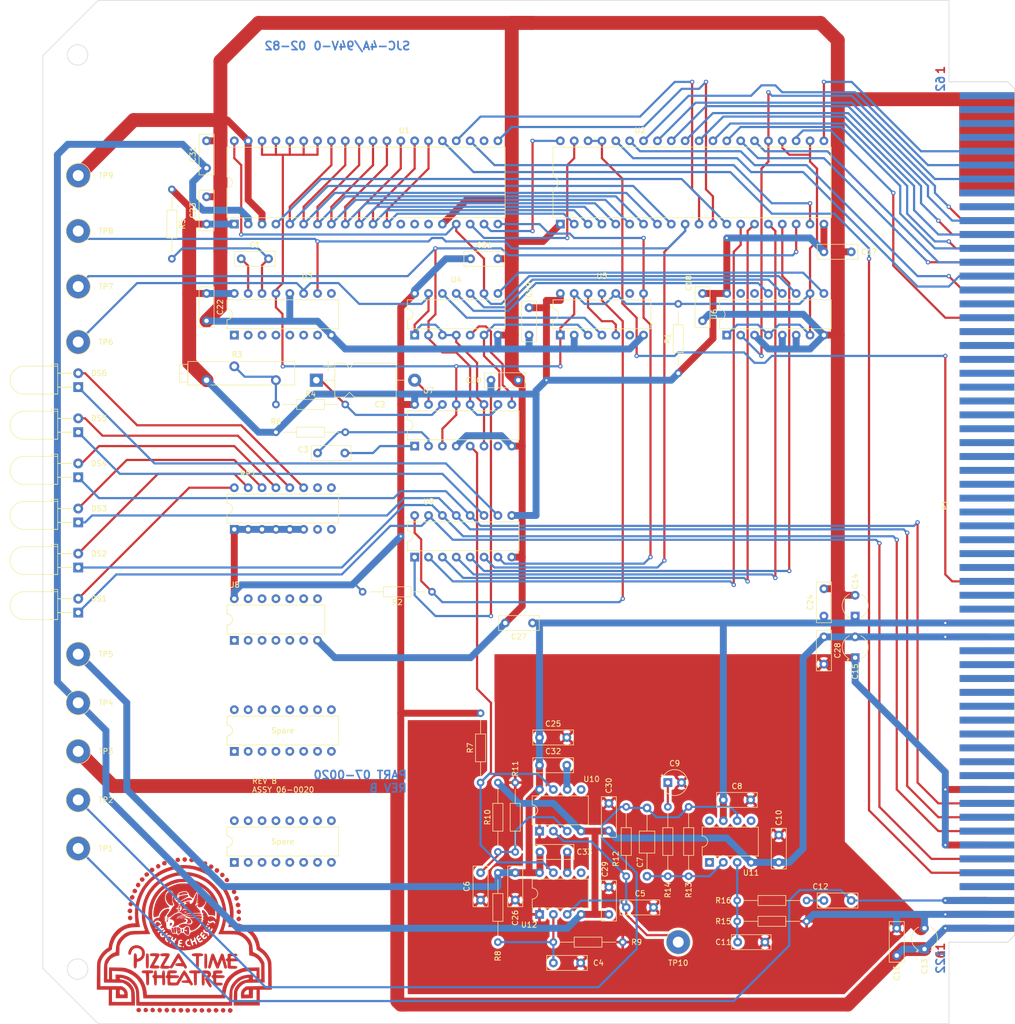
<source format=kicad_pcb>
(kicad_pcb (version 20221018) (generator pcbnew)
  (layers (0 "F.Cu" signal) (31 "B.Cu" signal) (34 "B.Paste" user) (35 "F.Paste" user) (36 "B.SilkS" user "B.Silkscreen") (37 "F.SilkS" user "F.Silkscreen") (38 "B.Mask" user) (39 "F.Mask" user) (44 "Edge.Cuts" user))
  (net 0 "")
  (net 1 "Net-(U3A-RCext)")
  (net 2 "Net-(U3A-Cext)")
  (net 3 "Net-(U7A-RCext)")
  (net 4 "Net-(U7A-Cext)")
  (net 5 "Net-(U7B-Cext)")
  (net 6 "Net-(U7B-RCext)")
  (net 7 "Net-(U12-+)")
  (net 8 "GND")
  (net 9 "Net-(U10-+)")
  (net 10 "Net-(U10--)")
  (net 11 "Net-(U11--)")
  (net 12 "Net-(C7-Pad2)")
  (net 13 "+12V")
  (net 14 "-12V")
  (net 15 "Net-(U11-+)")
  (net 16 "AUDIO IN")
  (net 17 "Net-(C12-Pad2)")
  (net 18 "+5V")
  (net 19 "Net-(U12-STRB)")
  (net 20 "Net-(U10-STRB)")
  (net 21 "STOP")
  (net 22 "Net-(DS1-A)")
  (net 23 "F.F.")
  (net 24 "Net-(DS2-A)")
  (net 25 "R.W.")
  (net 26 "Net-(DS3-A)")
  (net 27 "PLAY")
  (net 28 "Net-(DS4-A)")
  (net 29 "Net-(DS5-K)")
  (net 30 "Net-(DS5-A)")
  (net 31 "Net-(DS6-K)")
  (net 32 "Net-(DS6-A)")
  (net 34 "D0")
  (net 35 "D2")
  (net 36 "D4")
  (net 37 "D6")
  (net 39 "A1")
  (net 41 "{slash}SEL0")
  (net 60 "{slash}IRLQ")
  (net 73 "DATA OUT")
  (net 75 "BCLK")
  (net 79 "R{slash}~{W}")
  (net 80 "{slash}RESET")
  (net 81 "PHI2")
  (net 84 "D1")
  (net 85 "D3")
  (net 86 "D5")
  (net 87 "D7")
  (net 88 "A0")
  (net 131 "pup")
  (net 132 "U9out")
  (net 133 "Net-(R3-Pad1)")
  (net 134 "Net-(U7B-A)")
  (net 139 "Net-(U3A-A)")
  (net 140 "CB1")
  (net 141 "PB0")
  (net 142 "PB3")
  (net 143 "PA7")
  (net 144 "PA6")
  (net 145 "PA5")
  (net 146 "PA4")
  (net 147 "PA3")
  (net 148 "PA2")
  (net 149 "PA1")
  (net 150 "PA0")
  (net 154 "CA2")
  (net 155 "CA1")
  (net 156 "PB2")
  (net 158 "CB2")
  (net 159 "PB1")
  (net 160 "PB4")
  (net 161 "PB5")
  (net 162 "PB6")
  (net 163 "PB7")
  (net 164 "U9in")
  (net 205 "Net-(U5A-~{S})")
  (net 206 "Net-(U5A-Q)")
  (net 229 "Net-(U6-~{PE})")
  (net 230 "Net-(U6-Q1)")
  (net 231 "Net-(U6-Q2)")
  (net 233 "Net-(U1-RI)")
  (net 234 "Net-(C9-Pad1)")
  (net 235 "Net-(U7A-~{Q})")
  (footprint "Capacitor_THT:CP_Axial_L11.0mm_D6.0mm_P18.00mm_Horizontal" (layer "F.Cu") (at 72.805 81.915)
    (fp_text reference "C2")
    (fp_text value "39nF")
  )
  (footprint "Capacitor_THT:C_Rect_L7.2mm_W2.5mm_P5.00mm_FKS2_FKP2_MKS2_MKP2" (layer "F.Cu") (at 126.365 179.705 90)
    (fp_text reference "C29")
    (fp_text value "10nF")
  )
  (footprint "Capacitor_THT:C_Rect_L7.2mm_W2.5mm_P5.00mm_FKS2_FKP2_MKS2_MKP2" (layer "F.Cu") (at 179.07 187.245 90)
    (fp_text reference "C16")
    (fp_text value "10nF")
  )
  (footprint "Evan's parts:R_Axial_DIN0204_L3.6mm_D1.6mm_P12.7mm_Horizontal" (layer "F.Cu") (at 137.16 170.18 90)
    (fp_text reference "R14")
    (fp_text value "1K")
  )
  (footprint "Package_DIP:DIP-16_W7.62mm" (layer "F.Cu") (at 57.785 109.22 90)
    (fp_text reference "RP1")
    (fp_text value "330")
  )
  (footprint "Evan's parts:LED_D5.0mm_Horizontal_O3.81mm_Z15.0mm reversed" (layer "F.Cu") (at 29.21 97.155 -90)
    (fp_text reference "DS4")
    (fp_text value "LED")
  )
  (footprint "Evan's parts:LED_D5.0mm_Horizontal_O3.81mm_Z15.0mm reversed" (layer "F.Cu") (at 29.21 113.665 -90)
    (fp_text reference "DS2")
    (fp_text value "LED")
  )
  (footprint "Package_DIP:DIP-16_W7.62mm" (layer "F.Cu") (at 147.955 73.66 90)
    (fp_text reference "U6")
    (fp_text value "74161")
  )
  (footprint "TestPoint:TestPoint_Plated_Hole_D3.0mm" (layer "F.Cu") (at 29.21 74.93 180)
    (fp_text reference "TP6")
    (fp_text value "zero crossings" hide)
  )
  (footprint "Capacitor_THT:C_Rect_L7.2mm_W2.5mm_P5.00mm_FKS2_FKP2_MKS2_MKP2" (layer "F.Cu") (at 64.055 59.69 180)
    (fp_text reference "C1")
    (fp_text value "50nF")
  )
  (footprint "Evan's parts:Chuck_E_Cheese_large_card_edge" (layer "F.Cu") (at 195.58 182.245 90)
    (fp_text reference "P1")
    (fp_text value "CEC card edge connector large")
    (fp_line (start -2.54 3.81) (end -2.54 -6.95) (stroke (width 0.12)) (layer "Edge.Cuts"))
    (fp_line (start -1.27 5.08) (end -2.54 3.81) (stroke (width 0.12)) (layer "Edge.Cuts"))
    (fp_line (start -1.27 5.08) (end 153.67 5.08) (stroke (width 0.12)) (layer "Edge.Cuts"))
    (fp_line (start 154.94 3.81) (end 153.67 5.08) (stroke (width 0.12)) (layer "Edge.Cuts"))
    (fp_line (start 154.94 3.81) (end 154.94 -6.95) (stroke (width 0.12)) (layer "Edge.Cuts"))
  )
  (footprint "Package_DIP:DIP-8_W7.62mm" (layer "F.Cu") (at 113.665 179.705 90)
    (fp_text reference "U12")
    (fp_text value "LM311")
  )
  (footprint "TestPoint:TestPoint_Plated_Hole_D3.0mm" (layer "F.Cu") (at 139.065 184.785 180)
    (fp_text reference "TP10")
    (fp_text value "second filtered audio" hide)
  )
  (footprint "Evan's parts:R_Axial_DIN0204_L3.6mm_D1.6mm_P12.7mm_Horizontal" (layer "F.Cu") (at 106.045 182.245 90)
    (fp_text reference "R8")
    (fp_text value "470K")
  )
  (footprint "TestPoint:TestPoint_Plated_Hole_D3.0mm" (layer "F.Cu") (at 29.21 149.86 180)
    (fp_text reference "TP3")
    (fp_text value "+5")
  )
  (footprint "Package_DIP:DIP-14_W7.62mm" (layer "F.Cu") (at 117.475 73.66 90)
    (fp_text reference "U5")
    (fp_text value "74LS74")
  )
  (footprint "Capacitor_THT:C_Rect_L7.2mm_W2.5mm_P5.00mm_FKS2_FKP2_MKS2_MKP2" (layer "F.Cu") (at 157.48 170.18 90)
    (fp_text reference "C10")
    (fp_text value "100nF")
  )
  (footprint "TestPoint:TestPoint_Plated_Hole_D3.0mm" (layer "F.Cu") (at 29.21 54.61 180)
    (fp_text reference "TP8")
    (fp_text value "carrier detect" hide)
  )
  (footprint "Capacitor_THT:C_Rect_L7.0mm_W2.5mm_P5.00mm" (layer "F.Cu") (at 134.54 178.435 180)
    (fp_text reference "C5")
    (fp_text value "100pF")
  )
  (footprint "Capacitor_THT:C_Rect_L7.2mm_W2.5mm_P5.00mm_FKS2_FKP2_MKS2_MKP2" (layer "F.Cu") (at 52.705 66.04 -90)
    (fp_text reference "C22")
    (fp_text value "10nF")
  )
  (footprint "Evan's parts:R_Axial_DIN0204_L3.6mm_D1.6mm_P12.7mm_Horizontal" (layer "F.Cu") (at 160.02 177.165 180)
    (fp_text reference "R16")
    (fp_text value "10K")
  )
  (footprint "TestPoint:TestPoint_Plated_Hole_D3.0mm" (layer "F.Cu") (at 29.21 132.08 180)
    (fp_text reference "TP5")
    (fp_text value "+12" hide)
  )
  (footprint "Capacitor_THT:C_Rect_L7.0mm_W2.5mm_P5.00mm" (layer "F.Cu") (at 154.94 184.785 180)
    (fp_text reference "C11")
    (fp_text value "100pF")
  )
  (footprint "Package_DIP:DIP-14_W7.62mm" (layer "F.Cu") (at 57.785 129.54 90)
    (fp_text reference "U8")
    (fp_text value "Unused DIP")
  )
  (footprint "Capacitor_THT:C_Rect_L7.2mm_W2.5mm_P5.00mm_FKS2_FKP2_MKS2_MKP2" (layer "F.Cu") (at 170.735 177.165 180)
    (fp_text reference "C12")
    (fp_text value "100nF")
  )
  (footprint "Evan's parts:R_Axial_DIN0204_L3.6mm_D1.6mm_P12.7mm_Horizontal" (layer "F.Cu") (at 106.045 158.115 -90)
    (fp_text reference "R10")
    (fp_text value "470K")
  )
  (footprint "Capacitor_THT:C_Rect_L7.2mm_W2.5mm_P5.00mm_FKS2_FKP2_MKS2_MKP2" (layer "F.Cu") (at 111.76 68.66 -90)
    (fp_text reference "C19")
    (fp_text value "10nF")
  )
  (footprint "Package_DIP:DIP-14_W7.62mm" (layer "F.Cu") (at 90.805 73.66 90)
    (fp_text reference "U4")
    (fp_text value "7410")
  )
  (footprint "Evan's parts:R_Axial_DIN0204_L3.6mm_D1.6mm_P12.7mm_Horizontal" (layer "F.Cu") (at 102.87 145.415 -90)
    (fp_text reference "R7")
    (fp_text value "470")
  )
  (footprint "Evan's parts:R_Axial_DIN0204_L3.6mm_D1.6mm_P12.7mm_Horizontal" (layer "F.Cu") (at 129.54 162.56 -90)
    (fp_text reference "R12")
    (fp_text value "10K")
  )
  (footprint "Capacitor_THT:C_Rect_L7.2mm_W2.5mm_P5.00mm_FKS2_FKP2_MKS2_MKP2" (layer "F.Cu") (at 104.775 81.915)
    (fp_text reference "C20")
    (fp_text value "10nF")
  )
  (footprint "Capacitor_THT:C_Rect_L7.2mm_W2.5mm_P5.00mm_FKS2_FKP2_MKS2_MKP2" (layer "F.Cu") (at 52.705 53.34 90)
    (fp_text reference "C23")
    (fp_text value "10nF")
  )
  (footprint "Capacitor_THT:C_Rect_L7.2mm_W2.5mm_P5.00mm_FKS2_FKP2_MKS2_MKP2" (layer "F.Cu") (at 52.705 43.1 90)
    (fp_text reference "C31")
    (fp_text value "10nF")
  )
  (footprint "Capacitor_THT:C_Rect_L7.2mm_W2.5mm_P5.00mm_FKS2_FKP2_MKS2_MKP2" (layer "F.Cu") (at 112.395 126.365 180)
    (fp_text reference "C27")
    (fp_text value "10nF")
  )
  (footprint "Package_DIP:DIP-16_W7.62mm" (layer "F.Cu") (at 57.785 149.86 90)
    (fp_text reference "U15" hide)
    (fp_text value "Spare")
  )
  (footprint "Evan's parts:R_Axial_DIN0204_L3.6mm_D1.6mm_P12.7mm_Horizontal" (layer "F.Cu") (at 140.97 162.56 -90)
    (fp_text reference "R13")
    (fp_text value "10K")
  )
  (footprint "Evan's parts:R_Axial_DIN0204_L3.6mm_D1.6mm_P12.7mm_Horizontal" (layer "F.Cu") (at 152.4 180.975)
    (fp_text reference "R15")
    (fp_text value "100K")
  )
  (footprint "Capacitor_THT:C_Rect_L7.2mm_W2.5mm_P5.00mm_FKS2_FKP2_MKS2_MKP2" (layer "F.Cu") (at 143.51 66.04 -90)
    (fp_text reference "C18")
    (fp_text value "10nF")
  )
  (footprint "Evan's parts:R_Axial_DIN0204_L3.6mm_D1.6mm_P12.7mm_Horizontal" (layer "F.Cu") (at 46.355 49.53 -90)
    (fp_text reference "R5")
    (fp_text value "39K")
  )
  (footprint "Evan's parts:LED_D5.0mm_Horizontal_O3.81mm_Z15.0mm reversed" (layer "F.Cu") (at 29.21 88.9 -90)
    (fp_text reference "DS5")
    (fp_text value "LED")
  )
  (footprint "TestPoint:TestPoint_Plated_Hole_D3.0mm" (layer "F.Cu") (at 29.21 44.45 180)
    (fp_text reference "TP9")
    (fp_text value "GND" hide)
  )
  (footprint "Capacitor_THT:C_Rect_L7.0mm_W2.5mm_P5.00mm" (layer "F.Cu") (at 78.025 95.25 180)
    (fp_text reference "C3")
    (fp_text value "100pF")
  )
  (footprint "Package_DIP:DIP-16_W7.62mm" (layer "F.Cu") (at 57.785 170.18 90)
    (fp_text reference "U14" hide)
    (fp_text value "Spare")
  )
  (footprint "Evan's parts:LED_D5.0mm_Horizontal_O3.81mm_Z15.0mm reversed" (layer "F.Cu") (at 29.21 121.92 -90)
    (fp_text reference "DS1")
    (fp_text value "LED")
  )
  (footprint "Evan's parts:R_Axial_DIN0204_L3.6mm_D1.6mm_P12.7mm_Horizontal" (layer "F.Cu") (at 139.065 78.105 90)
    (fp_text reference "R1")
    (fp_text value "1K")
  )
  (footprint "Evan's parts:R_Axial_DIN0204_L3.6mm_D1.6mm_P12.7mm_Horizontal" (layer "F.Cu") (at 67.945 86.36)
    (fp_text reference "R4")
    (fp_text value "10K")
  )
  (footprint "TestPoint:TestPoint_Plated_Hole_D3.0mm" (layer "F.Cu") (at 29.21 167.64 180)
    (fp_text reference "TP1")
    (fp_text value "AUDIO IN" hide)
  )
  (footprint "Evan's parts:PTT white_2" (layer "F.Cu") (at 47.625 183.515)
    (fp_text reference "G***" hide)
    (fp_text value "LOGO" hide)
  )
  (footprint "TestPoint:TestPoint_Plated_Hole_D3.0mm" (layer "F.Cu") (at 29.21 64.77 180)
    (fp_text reference "TP7")
    (fp_text value "bits" hide)
  )
  (footprint "Capacitor_THT:C_Rect_L7.2mm_W2.5mm_P5.00mm_FKS2_FKP2_MKS2_MKP2" (layer "F.Cu") (at 113.665 147.32)
    (fp_text reference "C25")
    (fp_text value "10nF")
  )
  (footprint "Evan's parts:CP_Radial_Tantal_D4mm_P3.81mm" (layer "F.Cu") (at 171.45 132.715 90)
    (fp_text reference "C15")
    (fp_text value "4.7uF")
  )
  (footprint "Package_DIP:DIP-8_W7.62mm" (layer "F.Cu") (at 113.665 164.465 90)
    (fp_text reference "U10")
    (fp_text value "LM311")
  )
  (footprint "Capacitor_THT:C_Axial_L3.8mm_D2.6mm_P12.50mm_Horizontal" (layer "F.Cu") (at 133.35 172.72 90)
    (fp_text reference "C7")
    (fp_text value "3300pF")
  )
  (footprint "Evan's parts:R_Axial_DIN0204_L3.6mm_D1.6mm_P12.7mm_Horizontal" (layer "F.Cu") (at 91.44 120.65 180)
    (fp_text reference "R2")
    (fp_text value "1K")
  )
  (footprint "TestPoint:TestPoint_Plated_Hole_D3.0mm" (layer "F.Cu") (at 29.21 158.75 180)
    (fp_text reference "TP2")
    (fp_text value "filtered audio")
  )
  (footprint "Capacitor_THT:C_Rect_L7.2mm_W2.5mm_P5.00mm_FKS2_FKP2_MKS2_MKP2" (layer "F.Cu") (at 126.365 164.385 90)
    (fp_text reference "C30")
    (fp_text value "10nF")
  )
  (footprint "Evan's parts:CP_Radial_Tantal_D4mm_P3.81mm" (layer "F.Cu") (at 184.15 186.055 90)
    (fp_text reference "C13")
    (fp_text value "4.7uF")
  )
  (footprint "Package_DIP:DIP-16_W7.62mm" (layer "F.Cu") (at 57.785 73.66 90)
    (fp_text reference "U3")
    (fp_text value "DM8602N")
  )
  (footprint "Capacitor_THT:C_Rect_L7.2mm_W2.5mm_P5.00mm_FKS2_FKP2_MKS2_MKP2" (layer "F.Cu") (at 118.665 152.4 180)
    (fp_text reference "C32")
    (fp_text value "100nF")
  )
  (footprint "Package_DIP:DIP-40_W15.24mm" (layer "F.Cu") (at 57.785 53.34 90)
    (fp_text reference "U1")
    (fp_text value "TR1602")
  )
  (footprint "TestPoint:TestPoint_Plated_Hole_D3.0mm" (layer "F.Cu") (at 29.21 140.97 180)
    (fp_text reference "TP4")
    (fp_text value "-12" hide)
  )
  (footprint "Capacitor_THT:C_Rect_L7.2mm_W2.5mm_P5.00mm_FKS2_FKP2_MKS2_MKP2" (layer "F.Cu") (at 109.22 172.085 -90)
    (fp_text reference "C26")
    (fp_text value "10nF")
  )
  (footprint "Evan's parts:CP_Radial_Tantal_D4mm_P3.81mm" (layer "F.Cu") (at 171.45 125.095 90)
    (fp_text reference "C14")
    (fp_text value "4.7uF")
  )
  (footprint "Evan's parts:R_Axial_DIN0204_L3.6mm_D1.6mm_P12.7mm_Horizontal" (layer "F.Cu") (at 109.22 165.735 90)
    (fp_text reference "R11")
    (fp_text value "4.7K")
  )
  (footprint "Package_DIP:DIP-8_W7.62mm" (layer "F.Cu") (at 144.78 170.18 90)
    (fp_text reference "U11")
    (fp_text value "LM741")
  )
  (footprint "Evan's parts:LED_D5.0mm_Horizontal_O3.81mm_Z15.0mm reversed" (layer "F.Cu") (at 29.21 105.41 -90)
    (fp_text reference "DS3")
    (fp_text value "LED")
  )
  (footprint "Evan's parts:LED_D5.0mm_Horizontal_O3.81mm_Z15.0mm reversed" (layer "F.Cu") (at 29.21 80.645 -90)
    (fp_text reference "DS6")
    (fp_text value "LED")
  )
  (footprint "Capacitor_THT:C_Rect_L7.2mm_W2.5mm_P5.00mm_FKS2_FKP2_MKS2_MKP2" (layer "F.Cu") (at 118.745 168.275 180)
    (fp_text reference "C33")
    (fp_text value "100nF")
  )
  (footprint "Capacitor_THT:CP_Radial_Tantal_D4.5mm_P2.50mm" (layer "F.Cu") (at 137.16 155.575)
    (fp_text reference "C9")
    (fp_text value "4.7uF")
  )
  (footprint "Package_DIP:DIP-40_W15.24mm" (layer "F.Cu") (at 117.475 53.34 90)
    (fp_text reference "U2")
    (fp_text value "6821")
  )
  (footprint "Capacitor_THT:C_Rect_L7.2mm_W2.5mm_P5.00mm_FKS2_FKP2_MKS2_MKP2" (layer "F.Cu") (at 165.735 125.095 90)
    (fp_text reference "C24")
    (fp_text value "10nF")
  )
  (footprint "Potentiometer_THT:Potentiometer_Bourns_3005_Horizontal" (layer "F.Cu") (at 65.405 81.915)
    (fp_text reference "R3")
    (fp_text value "5K")
  )
  (footprint "Evan's parts:R_Axial_DIN0204_L3.6mm_D1.6mm_P12.7mm_Horizontal" (layer "F.Cu") (at 67.945 91.44)
    (fp_text reference "R6")
    (fp_text value "10K")
  )
  (footprint "Capacitor_THT:C_Rect_L7.2mm_W2.5mm_P5.00mm_FKS2_FKP2_MKS2_MKP2" (layer "F.Cu") (at 147.32 158.75)
    (fp_text reference "C8")
    (fp_text value "100nF")
  )
  (footprint "Package_DIP:DIP-16_W7.62mm" (layer "F.Cu") (at 90.805 114.3 90)
    (fp_text reference "U9")
    (fp_text value "ULN2003A")
  )
  (footprint "Evan's parts:R_Axial_DIN0204_L3.6mm_D1.6mm_P12.7mm_Horizontal" (layer "F.Cu") (at 118.745 184.785)
    (fp_text reference "R9")
    (fp_text value "4.7K")
  )
  (footprint "Capacitor_THT:C_Rect_L7.2mm_W2.5mm_P5.00mm_FKS2_FKP2_MKS2_MKP2" (layer "F.Cu") (at 102.87 172.085 -90)
    (fp_text reference "C6")
    (fp_text value "100nF")
  )
  (footprint "Package_DIP:DIP-16_W7.62mm" (layer "F.Cu") (at 90.805 93.98 90)
    (fp_text reference "U7")
    (fp_text value "DM8602N")
  )
  (footprint "Capacitor_THT:C_Rect_L7.2mm_W2.5mm_P5.00mm_FKS2_FKP2_MKS2_MKP2" (layer "F.Cu") (at 165.735 128.905 -90)
    (fp_text reference "C28")
    (fp_text value "10nF")
  )
  (footprint "Capacitor_THT:C_Rect_L7.2mm_W2.5mm_P5.00mm_FKS2_FKP2_MKS2_MKP2" (layer "F.Cu") (at 101.045 59.69)
    (fp_text reference "C21")
    (fp_text value "10nF")
  )
  (footprint "Capacitor_THT:C_Rect_L7.2mm_W2.5mm_P5.00mm_FKS2_FKP2_MKS2_MKP2" (layer "F.Cu") (at 116.205 188.595)
    (fp_text reference "C4")
    (fp_text value "100nF")
  )
  (footprint "Capacitor_THT:C_Rect_L7.2mm_W2.5mm_P5.00mm_FKS2_FKP2_MKS2_MKP2" (layer "F.Cu") (at 165.735 58.42)
    (fp_text reference "C17")
    (fp_text value "10nF")
  )
  (gr_line (start 32.88 199.725) (end 188.63 199.725) (stroke (width 0.1)) (layer "Edge.Cuts"))
  (gr_circle (center 29.1 22.365) (end 29.1 20.495) (stroke (width 0.1)) (fill none) (layer "Edge.Cuts"))
  (gr_line (start 32.88 12.365) (end 188.63 12.365) (stroke (width 0.1)) (layer "Edge.Cuts"))
  (gr_line (start 22.73 22.515) (end 32.88 12.365) (stroke (width 0.1)) (layer "Edge.Cuts"))
  (gr_line (start 188.63 184.785) (end 188.63 199.725) (stroke (width 0.1)) (layer "Edge.Cuts"))
  (gr_line (start 188.63 27.305) (end 188.63 12.365) (stroke (width 0.1)) (layer "Edge.Cuts"))
  (gr_circle (center 29.1 189.725) (end 29.1 187.855) (stroke (width 0.1)) (fill none) (layer "Edge.Cuts"))
  (gr_line (start 22.73 189.575) (end 22.73 22.515) (stroke (width 0.1)) (layer "Edge.Cuts"))
  (gr_line (start 22.73 189.575) (end 32.88 199.725) (stroke (width 0.1)) (layer "Edge.Cuts"))
  (gr_text "1" (at 187.96 26.035 90) (layer "F.Cu") (effects (font (size 1.5 1.5) (thickness 0.3) bold) (justify left bottom)))
  (gr_text "61" (at 187.96 187.96 90) (layer "F.Cu") (effects (font (size 1.5 1.5) (thickness 0.3) bold) (justify left bottom)))
  (gr_text "PART 07-0020\nREV B" (at 89.535 157.48) (layer "B.Cu") (effects (font (size 1.5 1.5) (thickness 0.3) bold) (justify left bottom mirror)))
  (gr_text "122" (at 187.96 186.055 90) (layer "B.Cu") (effects (font (size 1.5 1.5) (thickness 0.3) bold) (justify left bottom mirror)))
  (gr_text "SJC-4A/94V-0" (at 90.17 21.59) (layer "B.Cu") (effects (font (size 1.5 1.5) (thickness 0.3) bold) (justify left bottom mirror)))
  (gr_text "62" (at 187.96 26.035 90) (layer "B.Cu") (effects (font (size 1.5 1.5) (thickness 0.3) bold) (justify left bottom mirror)))
  (gr_text "02-82" (at 71.12 21.59) (layer "B.Cu") (effects (font (size 1.5 1.5) (thickness 0.3) bold) (justify left bottom mirror)))
  (gr_text "REV B\nASSY 06-0020" (at 60.96 157.48) (layer "F.SilkS") (effects (font (size 1 1)) (justify left bottom)))
  (segment (start 62.865 66.04) (end 62.865 60.88) (width 0.4) (layer "F.Cu") (net 1))
  (segment (start 62.865 60.88) (end 64.055 59.69) (width 0.4) (layer "F.Cu") (net 1))
  (segment (start 64.055 59.69) (end 62.15 57.785) (width 0.4) (layer "B.Cu") (net 1))
  (segment (start 48.26 57.785) (end 46.355 59.69) (width 0.4) (layer "B.Cu") (net 1))
  (segment (start 62.15 57.785) (end 48.26 57.785) (width 0.4) (layer "B.Cu") (net 1))
  (segment (start 60.325 60.96) (end 59.055 59.69) (width 0.4) (layer "F.Cu") (net 2))
  (segment (start 60.325 66.04) (end 60.325 60.96) (width 0.4) (layer "F.Cu") (net 2))
  (segment (start 78.105 86.36) (end 73.66 81.915) (width 0.4) (layer "F.Cu") (net 3))
  (segment (start 73.66 81.915) (end 72.805 81.915) (width 0.4) (layer "F.Cu") (net 3))
  (segment (start 95.885 86.36) (end 93.98 88.265) (width 0.4) (layer "B.Cu") (net 3))
  (segment (start 93.98 88.265) (end 80.01 88.265) (width 0.4) (layer "B.Cu") (net 3))
  (segment (start 80.01 88.265) (end 78.105 86.36) (width 0.4) (layer "B.Cu") (net 3))
  (segment (start 93.345 86.36) (end 93.345 84.455) (width 0.4) (layer "F.Cu") (net 4))
  (segment (start 93.345 84.455) (end 90.805 81.915) (width 0.4) (layer "F.Cu") (net 4))
  (segment (start 90.805 93.98) (end 84.455 93.98) (width 0.4) (layer "B.Cu") (net 5))
  (segment (start 83.185 95.25) (end 78.025 95.25) (width 0.4) (layer "B.Cu") (net 5))
  (segment (start 84.455 93.98) (end 83.185 95.25) (width 0.4) (layer "B.Cu") (net 5))
  (segment (start 92.075 91.44) (end 77.7875 91.44) (width 0.4) (layer "B.Cu") (net 6))
  (segment (start 93.345 93.98) (end 93.345 92.71) (width 0.4) (layer "B.Cu") (net 6))
  (segment (start 78.105 91.44) (end 76.835 91.44) (width 0.4) (layer "B.Cu") (net 6))
  (segment (start 76.835 91.44) (end 73.025 95.25) (width 0.4) (layer "B.Cu") (net 6))
  (segment (start 93.345 92.71) (end 92.075 91.44) (width 0.4) (layer "B.Cu") (net 6))
  (segment (start 116.205 184.785) (end 116.205 179.705) (width 0.4) (layer "F.Cu") (net 7))
  (segment (start 116.205 184.785) (end 106.045 184.785) (width 0.4) (layer "B.Cu") (net 7))
  (segment (start 116.205 188.595) (end 116.205 184.785) (width 0.4) (layer "B.Cu") (net 7))
  (segment (start 165.735 133.905) (end 168.195 133.905) (width 1.27) (layer "F.Cu") (net 8))
  (segment (start 60.325 38.1) (end 56.515 34.29) (width 1.27) (layer "F.Cu") (net 8))
  (segment (start 60.325 48.895) (end 62.865 51.435) (width 1.27) (layer "F.Cu") (net 8))
  (segment (start 109.775 81.835) (end 108.585 80.645) (width 2.54) (layer "F.Cu") (net 8))
  (segment (start 55.245 68.5) (end 52.705 71.04) (width 2.54) (layer "F.Cu") (net 8))
  (segment (start 106.045 73.66) (end 108.585 73.66) (width 1.27) (layer "F.Cu") (net 8))
  (segment (start 110.49 82.63) (end 109.775 81.915) (width 1.27) (layer "F.Cu") (net 8))
  (segment (start 168.275 30.48) (end 195.58 30.48) (width 2.54) (layer "F.Cu") (net 8))
  (segment (start 39.37 34.29) (end 55.245 34.29) (width 2.54) (layer "F.Cu") (net 8))
  (segment (start 55.165 48.34) (end 55.245 48.26) (width 1.27) (layer "F.Cu") (net 8))
  (segment (start 168.195 133.905) (end 168.275 133.985) (width 1.27) (layer "F.Cu") (net 8))
  (segment (start 55.245 23.495) (end 62.23 16.51) (width 2.54) (layer "F.Cu") (net 8))
  (segment (start 195.58 167.005) (end 187.96 167.005) (width 1.27) (layer "F.Cu") (net 8))
  (segment (start 56.515 34.29) (end 55.245 34.29) (width 1.27) (layer "F.Cu") (net 8))
  (segment (start 108.585 93.98) (end 110.49 93.98) (width 1.27) (layer "F.Cu") (net 8))
  (segment (start 106.045 59.69) (end 108.585 59.69) (width 1.27) (layer "F.Cu") (net 8))
  (segment (start 165.735 120.095) (end 168.195 120.095) (width 1.27) (layer "F.Cu") (net 8))
  (segment (start 168.275 120.015) (end 168.275 132.715) (width 2.54) (layer "F.Cu") (net 8))
  (segment (start 52.705 48.34) (end 55.165 48.34) (width 1.27) (layer "F.Cu") (net 8))
  (segment (start 170.735 58.42) (end 168.275 58.42) (width 1.27) (layer "F.Cu") (net 8))
  (segment (start 108.585 48.895) (end 108.585 56.515) (width 2.54) (layer "F.Cu") (net 8))
  (segment (start 171.45 132.715) (end 168.275 132.715) (width 1.27) (layer "F.Cu") (net 8))
  (segment (start 108.585 73.66) (end 108.585 59.69) (width 2.54) (layer "F.Cu") (net 8))
  (segment (start 168.195 120.095) (end 168.275 120.015) (width 1.27) (layer "F.Cu") (net 8))
  (segment (start 55.245 48.26) (end 55.245 58.42) (width 2.54) (layer "F.Cu") (net 8))
  (segment (start 55.245 58.42) (end 55.245 23.495) (width 2.54) (layer "F.Cu") (net 8))
  (segment (start 108.585 80.645) (end 108.585 73.66) (width 2.54) (layer "F.Cu") (net 8))
  (segment (start 168.275 30.48) (end 168.275 19.685) (width 2.54) (layer "F.Cu") (net 8))
  (segment (start 168.275 132.715) (end 168.275 133.985) (width 2.54) (layer "F.Cu") (net 8))
  (segment (start 168.275 133.985) (end 168.275 167.005) (width 2.54) (layer "F.Cu") (net 8))
  (segment (start 168.275 19.685) (end 165.1 16.51) (width 2.54) (layer "F.Cu") (net 8))
  (segment (start 112.395 16.51) (end 108.585 16.51) (width 2.54) (layer "F.Cu") (net 8))
  (segment (start 171.45 121.285) (end 169.545 121.285) (width 1.27) (layer "F.Cu") (net 8))
  (segment (start 165.735 73.66) (end 168.275 73.66) (width 1.27) (layer "F.Cu") (net 8))
  (segment (start 168.275 58.42) (end 168.275 73.66) (width 2.54) (layer "F.Cu") (net 8))
  (segment (start 62.865 51.435) (end 62.865 53.34) (width 1.27) (layer "F.Cu") (net 8))
  (segment (start 195.58 156.845) (end 187.96 156.845) (width 1.27) (layer "F.Cu") (net 8))
  (segment (start 60.325 38.1) (end 60.325 48.895) (width 1.27) (layer "F.Cu") (net 8))
  (segment (start 169.545 121.285) (end 168.275 120.015) (width 1.27) (layer "F.Cu") (net 8))
  (segment (start 55.245 34.29) (end 55.245 38.1) (width 2.54) (layer "F.Cu") (net 8))
  (segment (start 55.245 38.1) (end 55.245 48.26) (width 2.54) (layer "F.Cu") (net 8))
  (segment (start 95.885 53.34) (end 100.33 48.895) (width 1.27) (layer "F.Cu") (net 8))
  (segment (start 109.775 81.915) (end 109.775 81.835) (width 2.54) (layer "F.Cu") (net 8))
  (segment (start 55.245 58.42) (end 55.245 68.5) (width 2.54) (layer "F.Cu") (net 8))
  (segment (start 107.395 126.365) (end 110.49 123.27) (width 1.27) (layer "F.Cu") (net 8))
  (segment (start 110.49 123.27) (end 110.49 114.3) (width 1.27) (layer "F.Cu") (net 8))
  (segment (start 55.245 38.1) (end 52.705 38.1) (width 1.27) (layer "F.Cu") (net 8))
  (segment (start 168.275 167.005) (end 183.515 182.245) (width 2.54) (layer "F.Cu") (net 8))
  (segment (start 114.3 56.515) (end 108.585 56.515) (width 1.27) (layer "F.Cu") (net 8))
  (segment (start 117.475 53.34) (end 114.3 56.515) (width 1.27) (layer "F.Cu") (net 8))
  (segment (start 110.49 114.3) (end 110.49 93.98) (width 1.27) (layer "F.Cu") (net 8))
  (segment (start 108.585 114.3) (end 110.49 114.3) (width 1.27) (layer "F.Cu") (net 8))
  (segment (start 110.49 93.98) (end 110.49 82.63) (width 1.27) (layer "F.Cu") (net 8))
  (segment (start 168.275 30.48) (end 168.275 58.42) (width 2.54) (layer "F.Cu") (net 8))
  (segment (start 108.585 59.69) (end 108.585 56.515) (width 2.54) (layer "F.Cu") (net 8))
  (segment (start 100.33 48.895) (end 108.585 48.895) (width 1.27) (layer "F.Cu") (net 8))
  (segment (start 112.395 16.51) (end 62.23 16.51) (width 2.54) (layer "F.Cu") (net 8))
  (segment (start 29.21 44.45) (end 39.37 34.29) (width 2.54) (layer "F.Cu") (net 8))
  (segment (start 165.1 16.51) (end 112.395 16.51) (width 2.54) (layer "F.Cu") (net 8))
  (segment (start 195.58 179.705) (end 187.96 179.705) (width 1.27) (layer "F.Cu") (net 8))
  (segment (start 108.585 16.51) (end 108.585 48.895) (width 2.54) (layer "F.Cu") (net 8))
  (segment (start 168.275 73.66) (end 168.275 120.015) (width 2.54) (layer "F.Cu") (net 8))
  (via (at 187.96 167.005) (size 0.8) (drill 0.4) (layers "F.Cu" "B.Cu") (net 8))
  (via (at 187.96 156.845) (size 0.8) (drill 0.4) (layers "F.Cu" "B.Cu") (net 8))
  (via (at 187.96 179.705) (size 0.8) (drill 0.4) (layers "F.Cu" "B.Cu") (net 8))
  (segment (start 54.055 71.12) (end 53.975 71.04) (width 1.27) (layer "B.Cu") (net 8))
  (segment (start 73.025 71.12) (end 75.565 73.66) (width 1.27) (layer "B.Cu") (net 8))
  (segment (start 184.15 182.245) (end 184.15 179.705) (width 1.27) (layer "B.Cu") (net 8))
  (segment (start 53.975 71.04) (end 52.705 71.04) (width 1.27) (layer "B.Cu") (net 8))
  (segment (start 111.76 73.66) (end 111.76 76.2) (width 1.27) (layer "B.Cu") (net 8))
  (segment (start 179.07 179.705) (end 163.83 179.705) (width 1.27) (layer "B.Cu") (net 8))
  (segment (start 67.945 66.04) (end 67.945 71.12) (width 1.27) (layer "B.Cu") (net 8))
  (segment (start 144.7 69.85) (end 161.925 69.85) (width 1.27) (layer "B.Cu") (net 8))
  (segment (start 179.07 182.245) (end 179.07 179.705) (width 1.27) (layer "B.Cu") (net 8))
  (segment (start 195.58 179.705) (end 187.96 179.705) (width 1.27) (layer "B.Cu") (net 8))
  (segment (start 75.565 73.66) (end 78.105 76.2) (width 1.27) (layer "B.Cu") (net 8))
  (segment (start 163.83 179.705) (end 162.56 180.975) (width 1.27) (layer "B.Cu") (net 8))
  (segment (start 153.035 73.66) (end 155.575 76.2) (width 1.27) (layer "B.Cu") (net 8))
  (segment (start 67.945 71.12) (end 73.025 71.12) (width 1.27) (layer "B.Cu") (net 8))
  (segment (start 120.015 76.2) (end 130.175 76.2) (width 1.27) (layer "B.Cu") (net 8))
  (segment (start 107.395 126.365) (end 101.045 132.715) (width 1.27) (layer "B.Cu") (net 8))
  (segment (start 187.96 156.845) (end 187.96 153.67) (width 1.27) (layer "B.Cu") (net 8))
  (segment (start 76.2 132.715) (end 73.025 129.54) (width 1.27) (layer "B.Cu") (net 8))
  (segment (start 184.15 179.705) (end 179.07 179.705) (width 1.27) (layer "B.Cu") (net 8))
  (segment (start 106.045 76.2) (end 106.045 73.66) (width 1.27) (layer "B.Cu") (net 8))
  (segment (start 155.575 76.2) (end 158.115 76.2) (width 1.27) (layer "B.Cu") (net 8))
  (segment (start 158.115 73.66) (end 158.115 76.2) (width 1.27) (layer "B.Cu") (net 8))
  (segment (start 165.735 73.66) (end 161.925 69.85) (width 1.27) (layer "B.Cu") (net 8))
  (segment (start 106.68 92.075) (end 100.33 92.075) (width 1.27) (layer "B.Cu") (net 8))
  (segment (start 171.45 137.16) (end 171.45 132.715) (width 1.27) (layer "B.Cu") (net 8))
  (segment (start 111.76 76.2) (end 120.015 76.2) (width 1.27) (layer "B.Cu") (net 8))
  (segment (start 108.585 93.98) (end 106.68 92.075) (width 1.27) (layer "B.Cu") (net 8))
  (segment (start 187.96 153.67) (end 171.45 137.16) (width 1.27) (layer "B.Cu") (net 8))
  (segment (start 158.115 76.2) (end 160.655 76.2) (width 1.27) (layer "B.Cu") (net 8))
  (segment (start 160.655 73.66) (end 160.655 76.2) (width 1.27) (layer "B.Cu") (net 8))
  (segment (start 163.195 76.2) (end 165.735 73.66) (width 1.27) (layer "B.Cu") (net 8))
  (segment (start 78.105 76.2) (end 106.045 76.2) (width 1.27) (layer "B.Cu") (net 8))
  (segment (start 160.655 76.2) (end 163.195 76.2) (width 1.27) (layer "B.Cu") (net 8))
  (segment (start 187.96 167.005) (end 187.96 156.845) (width 1.27) (layer "B.Cu") (net 8))
  (segment (start 101.045 132.715) (end 76.2 132.715) (width 1.27) (layer "B.Cu") (net 8))
  (segment (start 67.945 71.12) (end 54.055 71.12) (width 1.27) (layer "B.Cu") (net 8))
  (segment (start 130.175 76.2) (end 132.715 73.66) (width 1.27) (layer "B.Cu") (net 8))
  (segment (start 106.045 76.2) (end 111.76 76.2) (width 1.27) (layer "B.Cu") (net 8))
  (segment (start 120.015 73.66) (end 120.015 76.2) (width 1.27) (layer "B.Cu") (net 8))
  (segment (start 187.96 179.705) (end 184.15 179.705) (width 1.27) (layer "B.Cu") (net 8))
  (segment (start 143.51 71.04) (end 144.7 69.85) (width 1.27) (layer "B.Cu") (net 8))
  (segment (start 100.33 92.075) (end 98.425 93.98) (width 1.27) (layer "B.Cu") (net 8))
  (segment (start 139.065 184.785) (end 137.795 183.515) (width 0.4) (layer "F.Cu") (net 9))
  (segment (start 137.795 183.515) (end 133.35 183.515) (width 0.4) (layer "F.Cu") (net 9))
  (segment (start 133.35 183.515) (end 129.54 179.705) (width 0.4) (layer "F.Cu") (net 9))
  (segment (start 129.54 179.705) (end 129.54 178.435) (width 0.4) (layer "F.Cu") (net 9))
  (segment (start 128.27 177.165) (end 121.285 177.165) (width 0.4) (layer "B.Cu") (net 9))
  (segment (start 123.19 166.37) (end 118.11 166.37) (width 0.4) (layer "B.Cu") (net 9))
  (segment (start 129.54 172.72) (end 123.19 166.37) (width 0.4) (layer "B.Cu") (net 9))
  (segment (start 129.54 172.72) (end 129.54 178.435) (width 0.4) (layer "B.Cu") (net 9))
  (segment (start 118.11 166.37) (end 116.205 164.465) (width 0.4) (layer "B.Cu") (net 9))
  (segment (start 121.285 177.165) (end 118.745 179.705) (width 0.4) (layer "B.Cu") (net 9))
  (segment (start 129.54 178.435) (end 128.27 177.165) (width 0.4) (layer "B.Cu") (net 9))
  (segment (start 106.045 168.91) (end 106.045 168.275) (width 0.4) (layer "F.Cu") (net 10))
  (segment (start 102.87 172.085) (end 106.045 168.91) (width 0.4) (layer "F.Cu") (net 10))
  (segment (start 109.22 164.465) (end 109.22 168.275) (width 0.4) (layer "B.Cu") (net 10))
  (segment (start 118.745 164.465) (end 116.205 161.925) (width 0.4) (layer "B.Cu") (net 10))
  (segment (start 111.76 161.925) (end 109.22 164.465) (width 0.4) (layer "B.Cu") (net 10))
  (segment (start 109.22 168.275) (end 106.045 168.275) (width 0.4) (layer "B.Cu") (net 10))
  (segment (start 116.205 161.925) (end 111.76 161.925) (width 0.4) (layer "B.Cu") (net 10))
  (segment (start 147.32 170.18) (end 144.78 172.72) (width 0.4) (layer "B.Cu") (net 11))
  (segment (start 137.16 172.72) (end 133.35 172.72) (width 0.4) (layer "B.Cu") (net 11))
  (segment (start 144.78 172.72) (end 140.97 172.72) (width 0.4) (layer "B.Cu") (net 11))
  (segment (start 140.97 172.72) (end 137.16 172.72) (width 0.4) (layer "B.Cu") (net 11))
  (segment (start 139.065 161.925) (end 140.97 160.02) (width 0.4) (layer "B.Cu") (net 12))
  (segment (start 140.97 160.02) (end 148.59 160.02) (width 0.4) (layer "B.Cu") (net 12))
  (segment (start 149.86 161.29) (end 149.86 162.56) (width 0.4) (layer "B.Cu") (net 12))
  (segment (start 124.46 193.04) (end 63.5 193.04) (width 0.4) (layer "B.Cu") (net 12))
  (segment (start 129.74 160.22) (end 129.54 160.02) (width 0.4) (layer "B.Cu") (net 12))
  (segment (start 131.445 172.085) (end 131.445 186.055) (width 0.4) (layer "B.Cu") (net 12))
  (segment (start 125.095 163.475051) (end 125.095 165.735) (width 0.4) (layer "B.Cu") (net 12))
  (segment (start 63.5 193.04) (end 29.21 158.75) (width 0.4) (layer "B.Cu") (net 12))
  (segment (start 133.35 160.22) (end 129.74 160.22) (width 0.4) (layer "B.Cu") (net 12))
  (segment (start 129.54 160.02) (end 128.550051 160.02) (width 0.4) (layer "B.Cu") (net 12))
  (segment (start 131.445 186.055) (end 124.46 193.04) (width 0.4) (layer "B.Cu") (net 12))
  (segment (start 135.055 161.925) (end 139.065 161.925) (width 0.4) (layer "B.Cu") (net 12))
  (segment (start 125.095 165.735) (end 131.445 172.085) (width 0.4) (layer "B.Cu") (net 12))
  (segment (start 128.550051 160.02) (end 125.095 163.475051) (width 0.4) (layer "B.Cu") (net 12))
  (segment (start 148.59 160.02) (end 149.86 161.29) (width 0.4) (layer "B.Cu") (net 12))
  (segment (start 133.35 160.22) (end 135.055 161.925) (width 0.4) (layer "B.Cu") (net 12))
  (segment (start 195.58 126.365) (end 187.96 126.365) (width 1.27) (layer "F.Cu") (net 13))
  (segment (start 113.665 156.845) (end 113.665 152.4) (width 1.27) (layer "F.Cu") (net 13))
  (segment (start 111.76 172.085) (end 113.665 172.085) (width 1.27) (layer "F.Cu") (net 13))
  (segment (start 111.76 158.75) (end 111.76 172.085) (width 1.27) (layer "F.Cu") (net 13))
  (segment (start 113.745 168.275) (end 113.745 172.005) (width 1.27) (layer "F.Cu") (net 13))
  (segment (start 109.22 172.085) (end 111.76 172.085) (width 1.27) (layer "F.Cu") (net 13))
  (segment (start 113.665 156.845) (end 111.76 158.75) (width 1.27) (layer "F.Cu") (net 13))
  (segment (start 113.745 172.005) (end 113.665 172.085) (width 1.27) (layer "F.Cu") (net 13))
  (segment (start 147.32 162.56) (end 147.32 158.75) (width 1.27) (layer "F.Cu") (net 13))
  (via (at 187.96 126.365) (size 0.8) (drill 0.4) (layers "F.Cu" "B.Cu") (net 13))
  (segment (start 171.45 126.365) (end 187.96 126.365) (width 1.27) (layer "B.Cu") (net 13))
  (segment (start 147.32 158.75) (end 147.32 126.365) (width 1.27) (layer "B.Cu") (net 13))
  (segment (start 147.32 126.365) (end 165.735 126.365) (width 1.27) (layer "B.Cu") (net 13))
  (segment (start 38.1 140.97) (end 29.21 132.08) (width 1.27) (layer "B.Cu") (net 13))
  (segment (start 106.045 174.625) (end 55.88 174.625) (width 1.27) (layer "B.Cu") (net 13))
  (segment (start 171.45 125.095) (end 171.45 126.365) (width 1.27) (layer "B.Cu") (net 13))
  (segment (start 113.665 152.4) (end 113.665 147.32) (width 1.27) (layer "B.Cu") (net 13))
  (segment (start 187.96 126.365) (end 195.58 126.365) (width 1.27) (layer "B.Cu") (net 13))
  (segment (start 109.22 172.085) (end 106.045 172.085) (width 1.27) (layer "B.Cu") (net 13))
  (segment (start 165.735 126.365) (end 171.45 126.365) (width 1.27) (layer "B.Cu") (net 13))
  (segment (start 112.395 126.365) (end 113.665 126.365) (width 1.27) (layer "B.Cu") (net 13))
  (segment (start 165.735 125.095) (end 165.735 126.365) (width 1.27) (layer "B.Cu") (net 13))
  (segment (start 55.88 174.625) (end 38.1 156.845) (width 1.27) (layer "B.Cu") (net 13))
  (segment (start 38.1 156.845) (end 38.1 140.97) (width 1.27) (layer "B.Cu") (net 13))
  (segment (start 113.665 126.365) (end 147.32 126.365) (width 1.27) (layer "B.Cu") (net 13))
  (segment (start 106.045 172.085) (end 106.045 174.625) (width 1.27) (layer "B.Cu") (net 13))
  (segment (start 113.665 147.32) (end 113.665 126.365) (width 1.27) (layer "B.Cu") (net 13))
  (segment (start 126.285 164.465) (end 126.365 164.385) (width 1.27) (layer "F.Cu") (net 14))
  (segment (start 195.58 128.905) (end 187.96 128.905) (width 1.27) (layer "F.Cu") (net 14))
  (segment (start 123.825 164.465) (end 126.285 164.465) (width 1.27) (layer "F.Cu") (net 14))
  (segment (start 123.825 164.465) (end 123.825 179.705) (width 1.27) (layer "F.Cu") (net 14))
  (segment (start 121.285 179.705) (end 123.825 179.705) (width 1.27) (layer "F.Cu") (net 14))
  (segment (start 121.285 164.465) (end 123.825 164.465) (width 1.27) (layer "F.Cu") (net 14))
  (segment (start 123.825 179.705) (end 126.365 179.705) (width 1.27) (layer "F.Cu") (net 14))
  (via (at 187.96 128.905) (size 0.8) (drill 0.4) (layers "F.Cu" "B.Cu") (net 14))
  (segment (start 147.955 165.735) (end 152.4 170.18) (width 1.27) (layer "B.Cu") (net 14))
  (segment (start 121.285 164.465) (end 116.205 159.385) (width 1.27) (layer "B.Cu") (net 14))
  (segment (start 50.165 48.895) (end 52.07 50.8) (width 1.27) (layer "B.Cu") (net 14))
  (segment (start 25.4 137.16) (end 29.21 140.97) (width 1.27) (layer "B.Cu") (net 14))
  (segment (start 165.735 128.905) (end 161.925 132.715) (width 1.27) (layer "B.Cu") (net 14))
  (segment (start 161.925 167.64) (end 159.385 170.18) (width 1.27) (layer "B.Cu") (net 14))
  (segment (start 195.58 128.905) (end 171.45 128.905) (width 1.27) (layer "B.Cu") (net 14))
  (segment (start 58.91637 50.8) (end 60.325 52.20863) (width 1.27) (layer "B.Cu") (net 14))
  (segment (start 60.325 52.20863) (end 60.325 53.34) (width 1.27) (layer "B.Cu") (net 14))
  (segment (start 109.855 159.385) (end 106.045 155.575) (width 1.27) (layer "B.Cu") (net 14))
  (segment (start 34.29 158.115) (end 58.42 182.245) (width 1.27) (layer "B.Cu") (net 14))
  (segment (start 52.705 43.1) (end 50.165 45.64) (width 1.27) (layer "B.Cu") (net 14))
  (segment (start 58.42 182.245) (end 118.745 182.245) (width 1.27) (layer "B.Cu") (net 14))
  (segment (start 118.745 182.245) (end 121.285 179.705) (width 1.27) (layer "B.Cu") (net 14))
  (segment (start 161.925 132.715) (end 161.925 167.64) (width 1.27) (layer "B.Cu") (net 14))
  (segment (start 126.365 164.385) (end 127.715 165.735) (width 1.27) (layer "B.Cu") (net 14))
  (segment (start 159.385 170.18) (end 157.48 170.18) (width 1.27) (layer "B.Cu") (net 14))
  (segment (start 152.4 170.18) (end 157.48 170.18) (width 1.27) (layer "B.Cu") (net 14))
  (segment (start 116.205 159.385) (end 109.855 159.385) (width 1.27) (layer "B.Cu") (net 14))
  (segment (start 127.715 165.735) (end 147.955 165.735) (width 1.27) (layer "B.Cu") (net 14))
  (segment (start 52.07 50.8) (end 58.91637 50.8) (width 1.27) (layer "B.Cu") (net 14))
  (segment (start 27.305 38.735) (end 25.4 40.64) (width 1.27) (layer "B.Cu") (net 14))
  (segment (start 50.165 45.64) (end 50.165 48.895) (width 1.27) (layer "B.Cu") (net 14))
  (segment (start 34.29 146.05) (end 34.29 158.115) (width 1.27) (layer "B.Cu") (net 14))
  (segment (start 171.45 128.905) (end 165.735 128.905) (width 1.27) (layer "B.Cu") (net 14))
  (segment (start 48.34 38.735) (end 27.305 38.735) (width 1.27) (layer "B.Cu") (net 14))
  (segment (start 52.705 43.1) (end 48.34 38.735) (width 1.27) (layer "B.Cu") (net 14))
  (segment (start 25.4 40.64) (end 25.4 137.16) (width 1.27) (layer "B.Cu") (net 14))
  (segment (start 29.21 140.97) (end 34.29 146.05) (width 1.27) (layer "B.Cu") (net 14))
  (segment (start 149.86 184.705) (end 149.94 184.785) (width 0.4) (layer "B.Cu") (net 15))
  (segment (start 149.86 177.165) (end 149.86 180.975) (width 0.4) (layer "B.Cu") (net 15))
  (segment (start 149.86 170.18) (end 149.86 177.165) (width 0.4) (layer "B.Cu") (net 15))
  (segment (start 149.86 180.975) (end 149.86 184.705) (width 0.4) (layer "B.Cu") (net 15))
  (segment (start 195.58 177.165) (end 187.96 177.165) (width 1.27) (layer "F.Cu") (net 16))
  (via (at 187.96 177.165) (size 0.8) (drill 0.4) (layers "F.Cu" "B.Cu") (net 16))
  (segment (start 159.385 185.42) (end 159.385 177.165) (width 0.4) (layer "B.Cu") (net 16))
  (segment (start 149.225 195.58) (end 159.385 185.42) (width 0.4) (layer "B.Cu") (net 16))
  (segment (start 29.21 167.64) (end 57.15 195.58) (width 0.4) (layer "B.Cu") (net 16))
  (segment (start 168.83 175.26) (end 170.735 177.165) (width 0.4) (layer "B.Cu") (net 16))
  (segment (start 187.96 177.165) (end 195.58 177.165) (width 1.27) (layer "B.Cu") (net 16))
  (segment (start 187.96 177.165) (end 170.735 177.165) (width 0.4) (layer "B.Cu") (net 16))
  (segment (start 57.15 195.58) (end 149.225 195.58) (width 0.4) (layer "B.Cu") (net 16))
  (segment (start 159.385 177.165) (end 161.29 175.26) (width 0.4) (layer "B.Cu") (net 16))
  (segment (start 161.29 175.26) (end 168.83 175.26) (width 0.4) (layer "B.Cu") (net 16))
  (segment (start 165.735 177.165) (end 162.56 177.165) (width 0.4) (layer "B.Cu") (net 17))
  (segment (start 52.705 66.04) (end 49.53 66.04) (width 1.27) (layer "F.Cu") (net 18))
  (segment (start 117.475 66.04) (end 117.475 67.31) (width 1.27) (layer "F.Cu") (net 18))
  (segment (start 170.1 196.215) (end 88.9 196.215) (width 2.54) (layer "F.Cu") (net 18))
  (segment (start 87.63 156.21) (end 87.63 195.58) (width 2.54) (layer "F.Cu") (net 18))
  (segment (start 29.21 149.86) (end 35.56 156.21) (width 2.54) (layer "F.Cu") (net 18))
  (segment (start 49.53 66.04) (end 49.53 53.34) (width 2.54) (layer "F.Cu") (net 18))
  (segment (start 187.96 182.245) (end 184.15 186.055) (width 1.27) (layer "F.Cu") (net 18))
  (segment (start 57.785 109.22) (end 57.785 121.92) (width 1.27) (layer "F.Cu") (net 18))
  (segment (start 88.265 86.36) (end 88.265 110.49) (width 1.27) (layer "F.Cu") (net 18))
  (segment (start 184.15 186.055) (end 180.26 186.055) (width 2.54) (layer "F.Cu") (net 18))
  (segment (start 87.63 195.58) (end 88.265 196.215) (width 2.54) (layer "F.Cu") (net 18))
  (segment (start 195.58 182.245) (end 187.96 182.245) (width 1.27) (layer "F.Cu") (net 18))
  (segment (start 52.705 81.915) (end 49.53 78.74) (width 2.54) (layer "F.Cu") (net 18))
  (segment (start 49.53 50.165) (end 49.53 53.34) (width 1.27) (layer "F.Cu") (net 18))
  (segment (start 145.415 74.295) (end 145.415 66.04) (width 1.27) (layer "F.Cu") (net 18))
  (segment (start 111.76 68.66) (end 114.855 68.66) (width 1.27) (layer "F.Cu") (net 18))
  (segment (start 145.415 66.04) (end 147.955 66.04) (width 1.27) (layer "F.Cu") (net 18))
  (segment (start 139.065 80.645) (end 145.415 74.295) (width 1.27) (layer "F.Cu") (net 18))
  (segment (start 90.805 66.04) (end 88.265 68.58) (width 1.27) (layer "F.Cu") (net 18))
  (segment (start 165.735 58.42) (end 165.735 53.34) (width 1.27) (layer "F.Cu") (net 18))
  (segment (start 147.955 55.88) (end 147.955 66.04) (width 1.27) (layer "F.Cu") (net 18))
  (segment (start 102.87 142.875) (end 88.265 142.875) (width 1.27) (layer "F.Cu") (net 18))
  (segment (start 114.935 78.74) (end 114.935 81.915) (width 1.27) (layer "F.Cu") (net 18))
  (segment (start 49.53 78.74) (end 49.53 66.04) (width 2.54) (layer "F.Cu") (net 18))
  (segment (start 46.355 46.99) (end 49.53 50.165) (width 1.27) (layer "F.Cu") (net 18))
  (segment (start 35.56 156.21) (end 87.63 156.21) (width 2.54) (layer "F.Cu") (net 18))
  (segment (start 114.855 68.66) (end 114.935 68.58) (width 1.27) (layer "F.Cu") (net 18))
  (segment (start 88.265 142.875) (end 88.265 158.75) (width 1.27) (layer "F.Cu") (net 18))
  (segment (start 88.265 68.58) (end 88.265 86.36) (width 1.27) (layer "F.Cu") (net 18))
  (segment (start 88.265 110.49) (end 88.265 142.875) (width 1.27) (layer "F.Cu") (net 18))
  (segment (start 180.26 186.055) (end 179.07 187.245) (width 2.54) (layer "F.Cu") (net 18))
  (segment (start 88.9 196.215) (end 88.265 196.215) (width 2.54) (layer "F.Cu") (net 18))
  (segment (start 179.07 187.245) (end 170.1 196.215) (width 2.54) (layer "F.Cu") (net 18))
  (segment (start 90.805 86.36) (end 88.265 86.36) (width 1.27) (layer "F.Cu") (net 18))
  (segment (start 52.705 53.34) (end 49.53 53.34) (width 1.27) (layer "F.Cu") (net 18))
  (segment (start 114.935 68.58) (end 114.935 78.74) (width 1.27) (layer "F.Cu") (net 18))
  (segment (start 143.51 66.04) (end 145.415 66.04) (width 1.27) (layer "F.Cu") (net 18))
  (segment (start 117.475 67.31) (end 114.935 67.31) (width 1.27) (layer "F.Cu") (net 18))
  (segment (start 114.935 67.31) (end 114.935 68.58) (width 1.27) (layer "F.Cu") (net 18))
  (via (at 88.265 110.49) (size 0.8) (drill 0.4) (layers "F.Cu" "B.Cu") (net 18))
  (via (at 114.935 81.915) (size 0.8) (drill 0.4) (layers "F.Cu" "B.Cu") (net 18))
  (via (at 187.96 182.245) (size 0.8) (drill 0.4) (layers "F.Cu" "B.Cu") (net 18))
  (via (at 147.955 55.88) (size 0.8) (drill 0.4) (layers "F.Cu" "B.Cu") (net 18))
  (segment (start 57.785 120.65) (end 57.785 121.92) (width 1.27) (layer "B.Cu") (net 18))
  (segment (start 59.055 119.38) (end 57.785 120.65) (width 1.27) (layer "B.Cu") (net 18))
  (segment (start 179.07 187.245) (end 180.26 186.055) (width 1.27) (layer "B.Cu") (net 18))
  (segment (start 57.785 109.22) (end 60.325 109.22) (width 1.27) (layer "B.Cu") (net 18))
  (segment (start 60.325 109.22) (end 62.865 109.22) (width 1.27) (layer "B.Cu") (net 18))
  (segment (start 72.39 84.455) (end 90.805 84.455) (width 1.27) (layer "B.Cu") (net 18))
  (segment (start 65.405 91.44) (end 72.39 84.455) (width 1.27) (layer "B.Cu") (net 18))
  (segment (start 62.23 91.44) (end 52.705 81.915) (width 1.27) (layer "B.Cu") (net 18))
  (segment (start 67.945 109.22) (end 70.485 109.22) (width 1.27) (layer "B.Cu") (net 18))
  (segment (start 180.26 186.055) (end 184.15 186.055) (width 1.27) (layer "B.Cu") (net 18))
  (segment (start 90.805 65.405) (end 96.52 59.69) (width 1.27) (layer "B.Cu") (net 18))
  (segment (start 187.96 182.245) (end 184.15 186.055) (width 1.27) (layer "B.Cu") (net 18))
  (segment (start 190.5 182.245) (end 187.96 182.245) (width 1.27) (layer "B.Cu") (net 18))
  (segment (start 113.03 106.68) (end 108.585 106.68) (width 1.27) (layer "B.Cu") (net 18))
  (segment (start 104.775 81.915) (end 104.775 84.455) (width 1.27) (layer "B.Cu") (net 18))
  (segment (start 137.795 81.915) (end 139.065 80.645) (width 1.27) (layer "B.Cu") (net 18))
  (segment (start 90.805 84.455) (end 104.775 84.455) (width 1.27) (layer "B.Cu") (net 18))
  (segment (start 65.405 109.22) (end 67.945 109.22) (width 1.27) (layer "B.Cu") (net 18))
  (segment (start 90.805 66.04) (end 90.805 65.405) (width 1.27) (layer "B.Cu") (net 18))
  (segment (start 57.785 66.04) (end 52.705 66.04) (width 1.27) (layer "B.Cu") (net 18))
  (segment (start 114.935 81.915) (end 113.03 83.82) (width 1.27) (layer "B.Cu") (net 18))
  (segment (start 65.405 91.44) (end 62.23 91.44) (width 1.27) (layer "B.Cu") (net 18))
  (segment (start 195.58 182.245) (end 190.5 182.245) (width 1.27) (layer "B.Cu") (net 18))
  (segment (start 113.03 83.82) (end 113.03 84.455) (width 1.27) (layer "B.Cu") (net 18))
  (segment (start 113.03 84.455) (end 113.03 106.68) (width 1.27) (layer "B.Cu") (net 18))
  (segment (start 57.785 53.34) (end 52.705 53.34) (width 1.27) (layer "B.Cu") (net 18))
  (segment (start 81.28 120.65) (end 79.6925 119.0625) (width 0.4) (layer "B.Cu") (net 18))
  (segment (start 163.195 55.88) (end 147.955 55.88) (width 1.27) (layer "B.Cu") (net 18))
  (segment (start 104.775 84.455) (end 113.03 84.455) (width 1.27) (layer "B.Cu") (net 18))
  (segment (start 165.735 58.42) (end 163.195 55.88) (width 1.27) (layer "B.Cu") (net 18))
  (segment (start 88.265 110.49) (end 79.6925 119.0625) (width 1.27) (layer "B.Cu") (net 18))
  (segment (start 62.865 109.22) (end 65.405 109.22) (width 1.27) (layer "B.Cu") (net 18))
  (segment (start 90.805 86.36) (end 90.805 84.455) (width 1.27) (layer "B.Cu") (net 18))
  (segment (start 79.6925 119.0625) (end 79.375 119.38) (width 1.27) (layer "B.Cu") (net 18))
  (segment (start 114.935 81.915) (end 137.795 81.915) (width 1.27) (layer "B.Cu") (net 18))
  (segment (start 96.52 59.69) (end 101.045 59.69) (width 1.27) (layer "B.Cu") (net 18))
  (segment (start 79.375 119.38) (end 59.055 119.38) (width 1.27) (layer "B.Cu") (net 18))
  (segment (start 118.745 168.275) (end 118.745 172.085) (width 1.27) (layer "F.Cu") (net 19))
  (segment (start 118.665 156.765) (end 118.745 156.845) (width 1.27) (layer "B.Cu") (net 20))
  (segment (start 118.665 152.4) (end 118.665 156.765) (width 1.27) (layer "B.Cu") (net 20))
  (segment (start 185.42 169.545) (end 175.895 160.02) (width 0.4) (layer "F.Cu") (net 21))
  (segment (start 195.58 169.545) (end 185.42 169.545) (width 0.4) (layer "F.Cu") (net 21))
  (segment (start 175.895 160.02) (end 175.895 111.76) (width 0.4) (layer "F.Cu") (net 21))
  (via (at 175.895 111.76) (size 0.8) (drill 0.4) (layers "F.Cu" "B.Cu") (net 21))
  (segment (start 86.36 108.585) (end 92.075 108.585) (width 0.4) (layer "B.Cu") (net 21))
  (segment (start 97.79 111.125) (end 175.26 111.125) (width 0.4) (layer "B.Cu") (net 21))
  (segment (start 175.26 111.125) (end 175.895 111.76) (width 0.4) (layer "B.Cu") (net 21))
  (segment (start 29.21 124.46) (end 36.195 117.475) (width 0.4) (layer "B.Cu") (net 21))
  (segment (start 92.075 108.585) (end 93.345 107.315) (width 0.4) (layer "B.Cu") (net 21))
  (segment (start 36.195 117.475) (end 77.47 117.475) (width 0.4) (layer "B.Cu") (net 21))
  (segment (start 77.47 117.475) (end 86.36 108.585) (width 0.4) (layer "B.Cu") (net 21))
  (segment (start 93.345 107.315) (end 93.345 106.68) (width 0.4) (layer "B.Cu") (net 21))
  (segment (start 93.345 106.68) (end 97.79 111.125) (width 0.4) (layer "B.Cu") (net 21))
  (segment (start 29.21 121.92) (end 49.53 101.6) (width 0.4) (layer "F.Cu") (net 22))
  (segment (start 49.53 101.6) (end 57.785 101.6) (width 0.4) (layer "F.Cu") (net 22))
  (segment (start 179.07 111.125) (end 179.07 156.845) (width 0.4) (layer "F.Cu") (net 23))
  (segment (start 186.69 164.465) (end 195.58 164.465) (width 0.4) (layer "F.Cu") (net 23))
  (segment (start 179.07 156.845) (end 186.69 164.465) (width 0.4) (layer "F.Cu") (net 23))
  (via (at 179.07 111.125) (size 0.8) (drill 0.4) (layers "F.Cu" "B.Cu") (net 23))
  (segment (start 99.695 110.49) (end 178.435 110.49) (width 0.4) (layer "B.Cu") (net 23))
  (segment (start 77.47 116.205) (end 88.9 104.775) (width 0.4) (layer "B.Cu") (net 23))
  (segment (start 29.21 116.205) (end 77.47 116.205) (width 0.4) (layer "B.Cu") (net 23))
  (segment (start 93.98 104.775) (end 95.885 106.68) (width 0.4) (layer "B.Cu") (net 23))
  (segment (start 88.9 104.775) (end 93.98 104.775) (width 0.4) (layer "B.Cu") (net 23))
  (segment (start 178.435 110.49) (end 179.07 111.125) (width 0.4) (layer "B.Cu") (net 23))
  (segment (start 95.885 106.68) (end 99.695 110.49) (width 0.4) (layer "B.Cu") (net 23))
  (segment (start 29.21 113.665) (end 43.815 99.06) (width 0.4) (layer "F.Cu") (net 24))
  (segment (start 43.815 99.06) (end 57.785 99.06) (width 0.4) (layer "F.Cu") (net 24))
  (segment (start 57.785 99.06) (end 60.325 101.6) (width 0.4) (layer "F.Cu") (net 24))
  (segment (start 186.69 161.925) (end 180.975 156.21) (width 0.4) (layer "F.Cu") (net 25))
  (segment (start 180.975 156.21) (end 180.975 109.855) (width 0.4) (layer "F.Cu") (net 25))
  (segment (start 195.58 161.925) (end 186.69 161.925) (width 0.4) (layer "F.Cu") (net 25))
  (via (at 180.975 109.855) (size 0.8) (drill 0.4) (layers "F.Cu" "B.Cu") (net 25))
  (segment (start 88.9 103.505) (end 95.25 103.505) (width 0.4) (layer "B.Cu") (net 25))
  (segment (start 180.34 109.22) (end 180.975 109.855) (width 0.4) (layer "B.Cu") (net 25))
  (segment (start 95.25 103.505) (end 98.425 106.68) (width 0.4) (layer "B.Cu") (net 25))
  (segment (start 85.725 106.68) (end 88.9 103.505) (width 0.4) (layer "B.Cu") (net 25))
  (segment (start 100.965 109.22) (end 180.34 109.22) (width 0.4) (layer "B.Cu") (net 25))
  (segment (start 98.425 106.68) (end 100.965 109.22) (width 0.4) (layer "B.Cu") (net 25))
  (segment (start 31.75 106.68) (end 85.725 106.68) (width 0.4) (layer "B.Cu") (net 25))
  (segment (start 30.48 107.95) (end 31.75 106.68) (width 0.4) (layer "B.Cu") (net 25))
  (segment (start 29.21 107.95) (end 30.48 107.95) (width 0.4) (layer "B.Cu") (net 25))
  (segment (start 57.785 96.52) (end 62.865 101.6) (width 0.4) (layer "F.Cu") (net 26))
  (segment (start 38.1 96.52) (end 57.785 96.52) (width 0.4) (layer "F.Cu") (net 26))
  (segment (start 29.21 105.41) (end 38.1 96.52) (width 0.4) (layer "F.Cu") (net 26))
  (segment (start 182.88 155.575) (end 186.69 159.385) (width 0.4) (layer "F.Cu") (net 27))
  (segment (start 186.69 159.385) (end 195.58 159.385) (width 0.4) (layer "F.Cu") (net 27))
  (segment (start 182.88 107.95) (end 182.88 155.575) (width 0.4) (layer "F.Cu") (net 27))
  (via (at 182.88 107.95) (size 0.8) (drill 0.4) (layers "F.Cu" "B.Cu") (net 27))
  (segment (start 33.02 103.505) (end 86.995 103.505) (width 0.4) (layer "B.Cu") (net 27))
  (segment (start 96.52 102.235) (end 100.965 106.68) (width 0.4) (layer "B.Cu") (net 27))
  (segment (start 182.245 108.585) (end 182.88 107.95) (width 0.4) (layer "B.Cu") (net 27))
  (segment (start 102.87 108.585) (end 182.245 108.585) (width 0.4) (layer "B.Cu") (net 27))
  (segment (start 29.21 99.695) (end 33.02 103.505) (width 0.4) (layer "B.Cu") (net 27))
  (segment (start 100.965 106.68) (end 102.87 108.585) (width 0.4) (layer "B.Cu") (net 27))
  (segment (start 86.995 103.505) (end 88.265 102.235) (width 0.4) (layer "B.Cu") (net 27))
  (segment (start 88.265 102.235) (end 96.52 102.235) (width 0.4) (layer "B.Cu") (net 27))
  (segment (start 29.21 97.155) (end 29.845 97.155) (width 0.4) (layer "F.Cu") (net 28))
  (segment (start 29.845 97.155) (end 33.02 93.98) (width 0.4) (layer "F.Cu") (net 28))
  (segment (start 57.785 93.98) (end 65.405 101.6) (width 0.4) (layer "F.Cu") (net 28))
  (segment (start 33.02 93.98) (end 57.785 93.98) (width 0.4) (layer "F.Cu") (net 28))
  (segment (start 36.83 99.06) (end 95.885 99.06) (width 0.4) (layer "B.Cu") (net 29))
  (segment (start 95.885 99.06) (end 103.505 106.68) (width 0.4) (layer "B.Cu") (net 29))
  (segment (start 29.21 91.44) (end 36.83 99.06) (width 0.4) (layer "B.Cu") (net 29))
  (segment (start 33.655 92.075) (end 30.48 88.9) (width 0.4) (layer "F.Cu") (net 30))
  (segment (start 58.42 92.075) (end 33.655 92.075) (width 0.4) (layer "F.Cu") (net 30))
  (segment (start 30.48 88.9) (end 29.21 88.9) (width 0.4) (layer "F.Cu") (net 30))
  (segment (start 67.945 101.6) (end 58.42 92.075) (width 0.4) (layer "F.Cu") (net 30))
  (segment (start 106.045 106.68) (end 96.52 97.155) (width 0.4) (layer "B.Cu") (net 31))
  (segment (start 96.52 97.155) (end 43.18 97.155) (width 0.4) (layer "B.Cu") (net 31))
  (segment (start 43.18 97.155) (end 29.21 83.185) (width 0.4) (layer "B.Cu") (net 31))
  (segment (start 59.055 90.17) (end 70.485 101.6) (width 0.4) (layer "F.Cu") (net 32))
  (segment (start 29.21 80.645) (end 30.48 80.645) (width 0.4) (layer "F.Cu") (net 32))
  (segment (start 40.005 90.17) (end 59.055 90.17) (width 0.4) (layer "F.Cu") (net 32))
  (segment (start 30.48 80.645) (end 40.005 90.17) (width 0.4) (layer "F.Cu") (net 32))
  (segment (start 195.58 52.705) (end 191.135 52.705) (width 0.4) (layer "F.Cu") (net 34))
  (segment (start 191.135 52.705) (end 188.595 50.165) (width 0.4) (layer "F.Cu") (net 34))
  (via (at 188.595 50.165) (size 0.8) (drill 0.4) (layers "F.Cu" "B.Cu") (net 34))
  (segment (start 188.595 50.165) (end 186.055 47.625) (width 0.4) (layer "B.Cu") (net 34))
  (segment (start 186.055 47.625) (end 186.055 46.355) (width 0.4) (layer "B.Cu") (net 34))
  (segment (start 170.815 31.115) (end 142.24 31.115) (width 0.4) (layer "B.Cu") (net 34))
  (segment (start 186.055 46.355) (end 170.815 31.115) (width 0.4) (layer "B.Cu") (net 34))
  (segment (start 142.24 31.115) (end 135.255 38.1) (width 0.4) (layer "B.Cu") (net 34))
  (segment (start 189.23 55.245) (end 186.69 52.705) (width 0.4) (layer "F.Cu") (net 35))
  (segment (start 195.58 55.245) (end 189.23 55.245) (width 0.4) (layer "F.Cu") (net 35))
  (via (at 186.69 52.705) (size 0.8) (drill 0.4) (layers "F.Cu" "B.Cu") (net 35))
  (segment (start 145.415 33.02) (end 140.335 38.1) (width 0.4) (layer "B.Cu") (net 35))
  (segment (start 170.18 33.02) (end 145.415 33.02) (width 0.4) (layer "B.Cu") (net 35))
  (segment (start 183.515 49.53) (end 183.515 46.355) (width 0.4) (layer "B.Cu") (net 35))
  (segment (start 186.69 52.705) (end 183.515 49.53) (width 0.4) (layer "B.Cu") (net 35))
  (segment (start 183.515 46.355) (end 170.18 33.02) (width 0.4) (layer "B.Cu") (net 35))
  (segment (start 189.865 57.785) (end 188.595 56.515) (width 0.4) (layer "F.Cu") (net 36))
  (segment (start 195.58 57.785) (end 189.865 57.785) (width 0.4) (layer "F.Cu") (net 36))
  (via (at 188.595 56.515) (size 0.8) (drill 0.4) (layers "F.Cu" "B.Cu") (net 36))
  (segment (start 186.055 56.515) (end 180.975 51.435) (width 0.4) (layer "B.Cu") (net 36))
  (segment (start 180.975 51.435) (end 180.975 46.355) (width 0.4) (layer "B.Cu") (net 36))
  (segment (start 148.59 34.925) (end 145.415 38.1) (width 0.4) (layer "B.Cu") (net 36))
  (segment (start 188.595 56.515) (end 186.055 56.515) (width 0.4) (layer "B.Cu") (net 36))
  (segment (start 169.545 34.925) (end 148.59 34.925) (width 0.4) (layer "B.Cu") (net 36))
  (segment (start 180.975 46.355) (end 169.545 34.925) (width 0.4) (layer "B.Cu") (net 36))
  (segment (start 195.58 60.325) (end 184.785 60.325) (width 0.4) (layer "F.Cu") (net 37))
  (via (at 184.785 60.325) (size 0.8) (drill 0.4) (layers "F.Cu" "B.Cu") (net 37))
  (segment (start 165.735 41.275) (end 153.67 41.275) (width 0.4) (layer "B.Cu") (net 37))
  (segment (start 184.785 60.325) (end 165.735 41.275) (width 0.4) (layer "B.Cu") (net 37))
  (segment (start 153.67 41.275) (end 150.495 38.1) (width 0.4) (layer "B.Cu") (net 37))
  (segment (start 195.58 65.405) (end 191.135 65.405) (width 0.4) (layer "F.Cu") (net 39))
  (segment (start 191.135 65.405) (end 188.595 62.865) (width 0.4) (layer "F.Cu") (net 39))
  (via (at 188.595 62.865) (size 0.8) (drill 0.4) (layers "F.Cu" "B.Cu") (net 39))
  (segment (start 188.595 62.865) (end 182.88 62.865) (width 0.4) (layer "B.Cu") (net 39))
  (segment (start 132.08 40.005) (end 130.175 38.1) (width 0.4) (layer "B.Cu") (net 39))
  (segment (start 150.495 40.005) (end 132.08 40.005) (width 0.4) (layer "B.Cu") (net 39))
  (segment (start 162.56 42.545) (end 153.035 42.545) (width 0.4) (layer "B.Cu") (net 39))
  (segment (start 182.88 62.865) (end 162.56 42.545) (width 0.4) (layer "B.Cu") (net 39))
  (segment (start 153.035 42.545) (end 150.495 40.005) (width 0.4) (layer "B.Cu") (net 39))
  (segment (start 178.435 47.625) (end 178.435 60.96) (width 0.4) (layer "F.Cu") (net 41))
  (segment (start 178.435 60.96) (end 187.96 70.485) (width 0.4) (layer "F.Cu") (net 41))
  (segment (start 187.96 70.485) (end 195.58 70.485) (width 0.4) (layer "F.Cu") (net 41))
  (via (at 178.435 47.625) (size 0.8) (drill 0.4) (layers "F.Cu" "B.Cu") (net 41))
  (segment (start 167.005 36.195) (end 161.925 36.195) (width 0.4) (layer "B.Cu") (net 41))
  (segment (start 178.435 47.625) (end 167.005 36.195) (width 0.4) (layer "B.Cu") (net 41))
  (segment (start 160.655 37.465) (end 160.655 38.1) (width 0.4) (layer "B.Cu") (net 41))
  (segment (start 161.925 36.195) (end 160.655 37.465) (width 0.4) (layer "B.Cu") (net 41))
  (segment (start 131.445 77.47) (end 131.445 70.485) (width 0.4) (layer "F.Cu") (net 60))
  (segment (start 128.835 67.875) (end 128.835 45.015) (width 0.4) (layer "F.Cu") (net 60))
  (segment (start 128.835 45.015) (end 125.095 41.275) (width 0.4) (layer "F.Cu") (net 60))
  (segment (start 131.445 70.485) (end 128.835 67.875) (width 0.4) (layer "F.Cu") (net 60))
  (segment (start 125.095 41.275) (end 125.095 38.1) (width 0.4) (layer "F.Cu") (net 60))
  (segment (start 195.58 118.745) (end 189.23 118.745) (width 0.4) (layer "F.Cu") (net 60))
  (segment (start 189.23 118.745) (end 187.96 117.475) (width 0.4) (layer "F.Cu") (net 60))
  (segment (start 187.96 117.475) (end 187.96 77.47) (width 0.4) (layer "F.Cu") (net 60))
  (via (at 131.445 77.47) (size 0.8) (drill 0.4) (layers "F.Cu" "B.Cu") (net 60))
  (via (at 187.96 77.47) (size 0.8) (drill 0.4) (layers "F.Cu" "B.Cu") (net 60))
  (segment (start 153.035 78.74) (end 154.94 78.74) (width 0.4) (layer "B.Cu") (net 60))
  (segment (start 122.555 38.1) (end 125.095 38.1) (width 0.4) (layer "B.Cu") (net 60))
  (segment (start 151.13 76.835) (end 153.035 78.74) (width 0.4) (layer "B.Cu") (net 60))
  (segment (start 139.065 76.835) (end 151.13 76.835) (width 0.4) (layer "B.Cu") (net 60))
  (segment (start 154.94 78.74) (end 156.21 77.47) (width 0.4) (layer "B.Cu") (net 60))
  (segment (start 186.69 77.47) (end 187.96 77.47) (width 0.4) (layer "B.Cu") (net 60))
  (segment (start 156.21 77.47) (end 186.69 77.47) (width 0.4) (layer "B.Cu") (net 60))
  (segment (start 131.445 77.47) (end 138.43 77.47) (width 0.4) (layer "B.Cu") (net 60))
  (segment (start 138.43 77.47) (end 139.065 76.835) (width 0.4) (layer "B.Cu") (net 60))
  (segment (start 173.99 160.655) (end 185.42 172.085) (width 0.4) (layer "F.Cu") (net 73))
  (segment (start 173.99 59.69) (end 173.99 160.655) (width 0.4) (layer "F.Cu") (net 73))
  (segment (start 185.42 172.085) (end 195.58 172.085) (width 0.4) (layer "F.Cu") (net 73))
  (via (at 173.99 59.69) (size 0.8) (drill 0.4) (layers "F.Cu" "B.Cu") (net 73))
  (segment (start 148.59 43.815) (end 101.6 43.815) (width 0.4) (layer "B.Cu") (net 73))
  (segment (start 173.99 57.785) (end 167.64 51.435) (width 0.4) (layer "B.Cu") (net 73))
  (segment (start 173.99 59.69) (end 173.99 57.785) (width 0.4) (layer "B.Cu") (net 73))
  (segment (start 156.21 51.435) (end 148.59 43.815) (width 0.4) (layer "B.Cu") (net 73))
  (segment (start 101.6 43.815) (end 95.885 38.1) (width 0.4) (layer "B.Cu") (net 73))
  (segment (start 167.64 51.435) (end 156.21 51.435) (width 0.4) (layer "B.Cu") (net 73))
  (segment (start 59.055 42.545) (end 57.785 41.275) (width 0.4) (layer "F.Cu") (net 75))
  (segment (start 98.425 53.34) (end 98.425 54.61) (width 0.4) (layer "F.Cu") (net 75))
  (segment (start 103.505 59.69) (end 103.505 66.04) (width 0.4) (layer "F.Cu") (net 75))
  (segment (start 57.785 41.275) (end 57.785 38.1) (width 0.4) (layer "F.Cu") (net 75))
  (segment (start 98.425 54.61) (end 103.505 59.69) (width 0.4) (layer "F.Cu") (net 75))
  (segment (start 59.055 55.245) (end 59.055 42.545) (width 0.4) (layer "F.Cu") (net 75))
  (via (at 59.055 55.245) (size 0.8) (drill 0.4) (layers "F.Cu" "B.Cu") (net 75))
  (segment (start 157.48 62.865) (end 111.76 62.865) (width 0.4) (layer "B.Cu") (net 75))
  (segment (start 111.76 62.865) (end 106.68 67.945) (width 0.4) (layer "B.Cu") (net 75))
  (segment (start 103.505 66.675) (end 103.505 66.04) (width 0.4) (layer "B.Cu") (net 75))
  (segment (start 106.68 67.945) (end 104.775 67.945) (width 0.4) (layer "B.Cu") (net 75))
  (segment (start 96.52 55.245) (end 59.055 55.245) (width 0.4) (layer "B.Cu") (net 75))
  (segment (start 98.425 53.34) (end 96.52 55.245) (width 0.4) (layer "B.Cu") (net 75))
  (segment (start 160.655 66.04) (end 157.48 62.865) (width 0.4) (layer "B.Cu") (net 75))
  (segment (start 104.775 67.945) (end 103.505 66.675) (width 0.4) (layer "B.Cu") (net 75))
  (segment (start 165.735 27.305) (end 165.735 38.1) (width 0.4) (layer "F.Cu") (net 79))
  (via (at 165.735 27.305) (size 0.8) (drill 0.4) (layers "F.Cu" "B.Cu") (net 79))
  (segment (start 183.515 40.005) (end 170.815 27.305) (width 0.4) (layer "B.Cu") (net 79))
  (segment (start 170.815 27.305) (end 165.735 27.305) (width 0.4) (layer "B.Cu") (net 79))
  (segment (start 195.58 40.005) (end 183.515 40.005) (width 0.4) (layer "B.Cu") (net 79))
  (segment (start 195.58 42.545) (end 184.785 42.545) (width 0.4) (layer "B.Cu") (net 80))
  (segment (start 171.45 29.21) (end 158.115 29.21) (width 0.4) (layer "B.Cu") (net 80))
  (segment (start 140.97 29.845) (end 132.715 38.1) (width 0.4) (layer "B.Cu") (net 80))
  (segment (start 154.305 27.94) (end 152.4 29.845) (width 0.4) (layer "B.Cu") (net 80))
  (segment (start 152.4 29.845) (end 140.97 29.845) (width 0.4) (layer "B.Cu") (net 80))
  (segment (start 156.845 27.94) (end 154.305 27.94) (width 0.4) (layer "B.Cu") (net 80))
  (segment (start 158.115 29.21) (end 156.845 27.94) (width 0.4) (layer "B.Cu") (net 80))
  (segment (start 184.785 42.545) (end 171.45 29.21) (width 0.4) (layer "B.Cu") (net 80))
  (segment (start 154.305 77.47) (end 154.305 43.18) (width 0.4) (layer "F.Cu") (net 81))
  (segment (start 155.575 41.91) (end 155.575 38.1) (width 0.4) (layer "F.Cu") (net 81))
  (segment (start 154.305 43.18) (end 155.575 41.91) (width 0.4) (layer "F.Cu") (net 81))
  (segment (start 155.575 38.1) (end 155.575 29.21) (width 0.4) (layer "F.Cu") (net 81))
  (via (at 154.305 77.47) (size 0.8) (drill 0.4) (layers "F.Cu" "B.Cu") (net 81))
  (via (at 155.575 29.21) (size 0.8) (drill 0.4) (layers "F.Cu" "B.Cu") (net 81))
  (segment (start 170.815 29.845) (end 156.21 29.845) (width 0.4) (layer "B.Cu") (net 81))
  (segment (start 150.495 73.66) (end 154.305 77.47) (width 0.4) (layer "B.Cu") (net 81))
  (segment (start 156.21 29.845) (end 155.575 29.21) (width 0.4) (layer "B.Cu") (net 81))
  (segment (start 195.58 45.085) (end 186.055 45.085) (width 0.4) (layer "B.Cu") (net 81))
  (segment (start 186.055 45.085) (end 172.085 31.115) (width 0.4) (layer "B.Cu") (net 81))
  (segment (start 172.085 31.115) (end 170.815 29.845) (width 0.4) (layer "B.Cu") (net 81))
  (segment (start 184.785 46.355) (end 170.18 31.75) (width 0.4) (layer "B.Cu") (net 84))
  (segment (start 144.145 31.75) (end 137.795 38.1) (width 0.4) (layer "B.Cu") (net 84))
  (segment (start 170.18 31.75) (end 144.145 31.75) (width 0.4) (layer "B.Cu") (net 84))
  (segment (start 189.23 52.705) (end 184.785 48.26) (width 0.4) (layer "B.Cu") (net 84))
  (segment (start 184.785 48.26) (end 184.785 46.355) (width 0.4) (layer "B.Cu") (net 84))
  (segment (start 195.58 52.705) (end 189.23 52.705) (width 0.4) (layer "B.Cu") (net 84))
  (segment (start 195.58 55.245) (end 186.69 55.245) (width 0.4) (layer "B.Cu") (net 85))
  (segment (start 182.245 50.8) (end 182.245 46.355) (width 0.4) (layer "B.Cu") (net 85))
  (segment (start 147.32 33.655) (end 142.875 38.1) (width 0.4) (layer "B.Cu") (net 85))
  (segment (start 169.545 33.655) (end 147.32 33.655) (width 0.4) (layer "B.Cu") (net 85))
  (segment (start 182.245 46.355) (end 169.545 33.655) (width 0.4) (layer "B.Cu") (net 85))
  (segment (start 186.69 55.245) (end 182.245 50.8) (width 0.4) (layer "B.Cu") (net 85))
  (segment (start 195.58 57.785) (end 186.055 57.785) (width 0.4) (layer "B.Cu") (net 86))
  (segment (start 150.495 35.56) (end 168.91 35.56) (width 0.4) (layer "B.Cu") (net 86))
  (segment (start 179.705 51.435) (end 179.705 46.355) (width 0.4) (layer "B.Cu") (net 86))
  (segment (start 150.495 35.56) (end 147.955 38.1) (width 0.4) (layer "B.Cu") (net 86))
  (segment (start 179.705 46.355) (end 168.91 35.56) (width 0.4) (layer "B.Cu") (net 86))
  (segment (start 186.055 57.785) (end 179.705 51.435) (width 0.4) (layer "B.Cu") (net 86))
  (segment (start 186.69 60.325) (end 166.37 40.005) (width 0.4) (layer "B.Cu") (net 87))
  (segment (start 166.37 40.005) (end 154.94 40.005) (width 0.4) (layer "B.Cu") (net 87))
  (segment (start 154.94 40.005) (end 153.035 38.1) (width 0.4) (layer "B.Cu") (net 87))
  (segment (start 195.58 60.325) (end 186.69 60.325) (width 0.4) (layer "B.Cu") (net 87))
  (segment (start 161.925 43.815) (end 152.4 43.815) (width 0.4) (layer "B.Cu") (net 88))
  (segment (start 182.88 64.77) (end 161.925 43.815) (width 0.4) (layer "B.Cu") (net 88))
  (segment (start 152.4 43.815) (end 149.86 41.275) (width 0.4) (layer "B.Cu") (net 88))
  (segment (start 130.81 41.275) (end 127.635 38.1) (width 0.4) (layer "B.Cu") (net 88))
  (segment (start 195.58 62.865) (end 190.5 62.865) (width 0.4) (layer "B.Cu") (net 88))
  (segment (start 149.86 41.275) (end 130.81 41.275) (width 0.4) (layer "B.Cu") (net 88))
  (segment (start 188.595 64.77) (end 182.88 64.77) (width 0.4) (layer "B.Cu") (net 88))
  (segment (start 190.5 62.865) (end 188.595 64.77) (width 0.4) (layer "B.Cu") (net 88))
  (segment (start 117.475 72.39) (end 117.475 73.66) (width 0.4) (layer "F.Cu") (net 131))
  (segment (start 62.865 40.64) (end 65.405 40.64) (width 0.4) (layer "F.Cu") (net 131))
  (segment (start 65.405 38.1) (end 65.405 40.64) (width 0.4) (layer "F.Cu") (net 131))
  (segment (start 73.025 40.64) (end 73.025 38.1) (width 0.4) (layer "F.Cu") (net 131))
  (segment (start 62.865 38.1) (end 62.865 40.64) (width 0.4) (layer "F.Cu") (net 131))
  (segment (start 163.195 40.64) (end 159.385 40.64) (width 0.4) (layer "F.Cu") (net 131))
  (segment (start 67.945 38.1) (end 67.945 40.64) (width 0.4) (layer "F.Cu") (net 131))
  (segment (start 65.405 40.64) (end 66.675 40.64) (width 0.4) (layer "F.Cu") (net 131))
  (segment (start 163.195 66.04) (end 163.195 73.66) (width 0.4) (layer "F.Cu") (net 131))
  (segment (start 158.115 39.37) (end 158.115 38.1) (width 0.4) (layer "F.Cu") (net 131))
  (segment (start 65.405 66.04) (end 65.405 65.405) (width 0.4) (layer "F.Cu") (net 131))
  (segment (start 98.425 86.36) (end 98.425 79.375) (width 0.4) (layer "F.Cu") (net 131))
  (segment (start 66.675 40.64) (end 67.945 40.64) (width 0.4) (layer "F.Cu") (net 131))
  (segment (start 70.485 38.1) (end 70.485 40.64) (width 0.4) (layer "F.Cu") (net 131))
  (segment (start 98.425 88.265) (end 98.425 86.36) (width 0.4) (layer "F.Cu") (net 131))
  (segment (start 117.475 79.375) (end 117.475 73.66) (width 0.4) (layer "F.Cu") (net 131))
  (segment (start 164.465 43.18) (end 163.195 41.91) (width 0.4) (layer "F.Cu") (net 131))
  (segment (start 70.485 40.64) (end 73.025 40.64) (width 0.4) (layer "F.Cu") (net 131))
  (segment (start 66.675 79.375) (end 66.605 79.305) (width 0.4) (layer "F.Cu") (net 131))
  (segment (start 163.195 41.91) (end 163.195 40.64) (width 0.4) (layer "F.Cu") (net 131))
  (segment (start 120.015 69.85) (end 117.475 72.39) (width 0.4) (layer "F.Cu") (net 131))
  (segment (start 95.885 93.98) (end 95.885 90.805) (width 0.4) (layer "F.Cu") (net 131))
  (segment (start 163.195 40.64) (end 163.195 38.1) (width 0.4) (layer "F.Cu") (net 131))
  (segment (start 163.195 57.785) (end 164.465 56.515) (width 0.4) (layer "F.Cu") (net 131))
  (segment (start 66.605 79.305) (end 66.605 69.78) (width 0.4) (layer "F.Cu") (net 131))
  (segment (start 164.465 56.515) (end 164.465 43.18) (width 0.4) (layer "F.Cu") (net 131))
  (segment (start 163.195 66.04) (end 163.195 57.785) (width 0.4) (layer "F.Cu") (net 131))
  (segment (start 120.015 66.04) (end 120.015 69.85) (width 0.4) (layer "F.Cu") (net 131))
  (segment (start 67.945 40.64) (end 70.485 40.64) (width 0.4) (layer "F.Cu") (net 131))
  (segment (start 66.605 69.78) (end 65.405 68.58) (width 0.4) (layer "F.Cu") (net 131))
  (segment (start 65.405 68.58) (end 65.405 66.04) (width 0.4) (layer "F.Cu") (net 131))
  (segment (start 65.405 65.405) (end 66.675 64.135) (width 0.4) (layer "F.Cu") (net 131))
  (segment (start 159.385 40.64) (end 158.115 39.37) (width 0.4) (layer "F.Cu") (net 131))
  (segment (start 95.885 90.805) (end 98.425 88.265) (width 0.4) (layer "F.Cu") (net 131))
  (segment (start 66.675 64.135) (end 66.675 40.64) (width 0.4) (layer "F.Cu") (net 131))
  (via (at 66.675 79.375) (size 0.8) (drill 0.4) (layers "F.Cu" "B.Cu") (net 131))
  (via (at 117.475 79.375) (size 0.8) (drill 0.4) (layers "F.Cu" "B.Cu") (net 131))
  (via (at 98.425 79.375) (size 0.8) (drill 0.4) (layers "F.Cu" "B.Cu") (net 131))
  (segment (start 129.54 67.945) (end 127.635 66.04) (width 0.4) (layer "B.Cu") (net 131))
  (segment (start 153.67 71.755) (end 155.575 73.66) (width 0.4) (layer "B.Cu") (net 131))
  (segment (start 161.29 67.945) (end 129.54 67.945) (width 0.4) (layer "B.Cu") (net 131))
  (segment (start 98.425 79.375) (end 66.675 79.375) (width 0.4) (layer "B.Cu") (net 131))
  (segment (start 121.92 67.945) (end 120.015 66.04) (width 0.4) (layer "B.Cu") (net 131))
  (segment (start 127.635 66.04) (end 125.73 67.945) (width 0.4) (layer "B.Cu") (net 131))
  (segment (start 157.48 71.755) (end 161.29 71.755) (width 0.4) (layer "B.Cu") (net 131))
  (segment (start 149.86 71.755) (end 153.67 71.755) (width 0.4) (layer "B.Cu") (net 131))
  (segment (start 163.195 66.04) (end 161.29 67.945) (width 0.4) (layer "B.Cu") (net 131))
  (segment (start 155.575 73.66) (end 157.48 71.755) (width 0.4) (layer "B.Cu") (net 131))
  (segment (start 125.73 67.945) (end 121.92 67.945) (width 0.4) (layer "B.Cu") (net 131))
  (segment (start 161.29 71.755) (end 163.195 73.66) (width 0.4) (layer "B.Cu") (net 131))
  (segment (start 147.955 73.66) (end 149.86 71.755) (width 0.4) (layer "B.Cu") (net 131))
  (segment (start 98.425 79.375) (end 117.475 79.375) (width 0.4) (layer "B.Cu") (net 131))
  (segment (start 128.905 71.12) (end 128.905 121.92) (width 0.4) (layer "F.Cu") (net 132))
  (segment (start 92.005 118.675) (end 92.005 111.055) (width 0.4) (layer "F.Cu") (net 132))
  (segment (start 125.095 67.31) (end 128.905 71.12) (width 0.4) (layer "F.Cu") (net 132))
  (segment (start 92.005 111.055) (end 90.805 109.855) (width 0.4) (layer "F.Cu") (net 132))
  (segment (start 90.805 109.855) (end 90.805 106.68) (width 0.4) (layer "F.Cu") (net 132))
  (segment (start 93.98 120.65) (end 92.005 118.675) (width 0.4) (layer "F.Cu") (net 132))
  (segment (start 125.095 66.04) (end 125.095 67.31) (width 0.4) (layer "F.Cu") (net 132))
  (via (at 128.905 121.92) (size 0.8) (drill 0.4) (layers "F.Cu" "B.Cu") (net 132))
  (segment (start 128.905 121.92) (end 128.27 122.555) (width 0.4) (layer "B.Cu") (net 132))
  (segment (start 95.885 122.555) (end 93.98 120.65) (width 0.4) (layer "B.Cu") (net 132))
  (segment (start 128.27 122.555) (end 95.885 122.555) (width 0.4) (layer "B.Cu") (net 132))
  (segment (start 64.77 81.28) (end 65.405 81.915) (width 0.4) (layer "B.Cu") (net 133))
  (segment (start 65.405 81.915) (end 65.405 86.36) (width 0.4) (layer "B.Cu") (net 133))
  (segment (start 59.69 81.28) (end 64.77 81.28) (width 0.4) (layer "B.Cu") (net 133))
  (segment (start 57.785 79.375) (end 59.69 81.28) (width 0.4) (layer "B.Cu") (net 133))
  (segment (start 102.235 138.43) (end 102.235 95.25) (width 0.4) (layer "F.Cu") (net 134))
  (segment (start 102.235 95.25) (end 100.965 93.98) (width 0.4) (layer "F.Cu") (net 134))
  (segment (start 102.87 155.575) (end 104.775 153.67) (width 0.4) (layer "F.Cu") (net 134))
  (segment (start 104.775 140.97) (end 102.235 138.43) (width 0.4) (layer "F.Cu") (net 134))
  (segment (start 104.775 153.67) (end 104.775 140.97) (width 0.4) (layer "F.Cu") (net 134))
  (segment (start 104.4575 153.9875) (end 102.87 155.575) (width 0.4) (layer "B.Cu") (net 134))
  (segment (start 116.205 172.085) (end 114.3 170.18) (width 0.4) (layer "B.Cu") (net 134))
  (segment (start 113.3475 153.9875) (end 104.4575 153.9875) (width 0.4) (layer "B.Cu") (net 134))
  (segment (start 116.205 156.845) (end 113.3475 153.9875) (width 0.4) (layer "B.Cu") (net 134))
  (segment (start 114.3 170.18) (end 106.045 170.18) (width 0.4) (layer "B.Cu") (net 134))
  (segment (start 106.045 170.18) (end 102.87 167.005) (width 0.4) (layer "B.Cu") (net 134))
  (segment (start 102.87 167.005) (end 102.87 155.575) (width 0.4) (layer "B.Cu") (net 134))
  (segment (start 90.805 71.755) (end 93.345 69.215) (width 0.4) (layer "F.Cu") (net 139))
  (segment (start 90.805 73.66) (end 90.805 71.755) (width 0.4) (layer "F.Cu") (net 139))
  (segment (start 103.505 86.36) (end 102.235 85.09) (width 0.4) (layer "F.Cu") (net 139))
  (segment (start 93.345 69.215) (end 93.345 66.04) (width 0.4) (layer "F.Cu") (net 139))
  (segment (start 103.505 93.98) (end 103.505 86.36) (width 0.4) (layer "F.Cu") (net 139))
  (segment (start 102.235 85.09) (end 102.235 78.74) (width 0.4) (layer "F.Cu") (net 139))
  (segment (start 102.235 78.74) (end 98.425 74.93) (width 0.4) (layer "F.Cu") (net 139))
  (segment (start 98.425 74.93) (end 98.425 73.66) (width 0.4) (layer "F.Cu") (net 139))
  (segment (start 70.485 65.405) (end 69.215 64.135) (width 0.4) (layer "B.Cu") (net 139))
  (segment (start 95.885 73.66) (end 95.885 73.025) (width 0.4) (layer "B.Cu") (net 139))
  (segment (start 94.615 71.755) (end 92.075 71.755) (width 0.4) (layer "B.Cu") (net 139))
  (segment (start 76.835 64.135) (end 71.755 64.135) (width 0.4) (layer "B.Cu") (net 139))
  (segment (start 69.215 64.135) (end 40.005 64.135) (width 0.4) (layer "B.Cu") (net 139))
  (segment (start 92.075 67.945) (end 80.645 67.945) (width 0.4) (layer "B.Cu") (net 139))
  (segment (start 70.485 65.405) (end 70.485 66.04) (width 0.4) (layer "B.Cu") (net 139))
  (segment (start 93.345 66.675) (end 92.075 67.945) (width 0.4) (layer "B.Cu") (net 139))
  (segment (start 80.645 67.945) (end 76.835 64.135) (width 0.4) (layer "B.Cu") (net 139))
  (segment (start 93.345 66.04) (end 93.345 66.675) (width 0.4) (layer "B.Cu") (net 139))
  (segment (start 71.755 64.135) (end 70.485 65.405) (width 0.4) (layer "B.Cu") (net 139))
  (segment (start 92.075 71.755) (end 90.805 73.025) (width 0.4) (layer "B.Cu") (net 139))
  (segment (start 90.805 73.025) (end 90.805 73.66) (width 0.4) (layer "B.Cu") (net 139))
  (segment (start 40.005 64.135) (end 29.21 74.93) (width 0.4) (layer "B.Cu") (net 139))
  (segment (start 95.885 73.66) (end 98.425 73.66) (width 0.4) (layer "B.Cu") (net 139))
  (segment (start 95.885 73.025) (end 94.615 71.755) (width 0.4) (layer "B.Cu") (net 139))
  (segment (start 93.345 71.12) (end 93.345 73.66) (width 0.4) (layer "F.Cu") (net 140))
  (segment (start 100.965 86.36) (end 100.965 79.375) (width 0.4) (layer "F.Cu") (net 140))
  (segment (start 94.615 69.85) (end 93.345 71.12) (width 0.4) (layer "F.Cu") (net 140))
  (segment (start 160.655 53.34) (end 160.655 58.42) (width 0.4) (layer "F.Cu") (net 140))
  (segment (start 93.345 74.295) (end 93.345 73.66) (width 0.4) (layer "F.Cu") (net 140))
  (segment (start 100.965 79.375) (end 98.425 76.835) (width 0.4) (layer "F.Cu") (net 140))
  (segment (start 94.615 57.785) (end 94.615 69.85) (width 0.4) (layer "F.Cu") (net 140))
  (segment (start 98.425 76.835) (end 95.885 76.835) (width 0.4) (layer "F.Cu") (net 140))
  (segment (start 95.885 76.835) (end 93.345 74.295) (width 0.4) (layer "F.Cu") (net 140))
  (via (at 94.615 57.785) (size 0.8) (drill 0.4) (layers "F.Cu" "B.Cu") (net 140))
  (via (at 160.655 58.42) (size 0.8) (drill 0.4) (layers "F.Cu" "B.Cu") (net 140))
  (segment (start 89.535 62.865) (end 31.115 62.865) (width 0.4) (layer "B.Cu") (net 140))
  (segment (start 100.965 86.995) (end 100.965 86.36) (width 0.4) (layer "B.Cu") (net 140))
  (segment (start 160.655 58.42) (end 160.02 59.055) (width 0.4) (layer "B.Cu") (net 140))
  (segment (start 106.045 86.995) (end 104.775 88.265) (width 0.4) (layer "B.Cu") (net 140))
  (segment (start 106.68 57.785) (end 94.615 57.785) (width 0.4) (layer "B.Cu") (net 140))
  (segment (start 94.615 57.785) (end 89.535 62.865) (width 0.4) (layer "B.Cu") (net 140))
  (segment (start 107.95 59.055) (end 106.68 57.785) (width 0.4) (layer "B.Cu") (net 140))
  (segment (start 31.115 62.865) (end 29.21 64.77) (width 0.4) (layer "B.Cu") (net 140))
  (segment (start 102.235 88.265) (end 100.965 86.995) (width 0.4) (layer "B.Cu") (net 140))
  (segment (start 104.775 88.265) (end 102.235 88.265) (width 0.4) (layer "B.Cu") (net 140))
  (segment (start 106.045 86.36) (end 106.045 86.995) (width 0.4) (layer "B.Cu") (net 140))
  (segment (start 160.02 59.055) (end 107.95 59.055) (width 0.4) (layer "B.Cu") (net 140))
  (segment (start 140.335 54.61) (end 140.335 53.34) (width 0.4) (layer "F.Cu") (net 141))
  (segment (start 136.525 58.42) (end 140.335 54.61) (width 0.4) (layer "F.Cu") (net 141))
  (segment (start 136.525 58.42) (end 136.525 114.935) (width 0.4) (layer "F.Cu") (net 141))
  (segment (start 73.025 66.04) (end 73.025 56.515) (width 0.4) (layer "F.Cu") (net 141))
  (via (at 136.525 114.935) (size 0.8) (drill 0.4) (layers "F.Cu" "B.Cu") (net 141))
  (via (at 73.025 56.515) (size 0.8) (drill 0.4) (layers "F.Cu" "B.Cu") (net 141))
  (segment (start 107.315 56.515) (end 96.52 56.515) (width 0.4) (layer "B.Cu") (net 141))
  (segment (start 137.16 57.785) (end 108.585 57.785) (width 0.4) (layer "B.Cu") (net 141))
  (segment (start 96.52 56.515) (end 95.885 55.88) (width 0.4) (layer "B.Cu") (net 141))
  (segment (start 105.41 116.205) (end 103.505 114.3) (width 0.4) (layer "B.Cu") (net 141))
  (segment (start 140.335 53.34) (end 140.335 54.61) (width 0.4) (layer "B.Cu") (net 141))
  (segment (start 72.555 56.045) (end 73.025 56.515) (width 0.4) (layer "B.Cu") (net 141))
  (segment (start 93.98 55.88) (end 93.345 56.515) (width 0.4) (layer "B.Cu") (net 141))
  (segment (start 136.525 114.935) (end 135.255 116.205) (width 0.4) (layer "B.Cu") (net 141))
  (segment (start 140.335 54.61) (end 137.16 57.785) (width 0.4) (layer "B.Cu") (net 141))
  (segment (start 135.255 116.205) (end 105.41 116.205) (width 0.4) (layer "B.Cu") (net 141))
  (segment (start 29.21 54.61) (end 30.645 56.045) (width 0.4) (layer "B.Cu") (net 141))
  (segment (start 95.885 55.88) (end 93.98 55.88) (width 0.4) (layer "B.Cu") (net 141))
  (segment (start 30.645 56.045) (end 72.555 56.045) (width 0.4) (layer "B.Cu") (net 141))
  (segment (start 108.585 57.785) (end 107.315 56.515) (width 0.4) (layer "B.Cu") (net 141))
  (segment (start 93.345 56.515) (end 73.025 56.515) (width 0.4) (layer "B.Cu") (net 141))
  (segment (start 147.955 53.34) (end 139.7 45.085) (width 0.4) (layer "B.Cu") (net 142))
  (segment (start 73.66 45.085) (end 65.405 53.34) (width 0.4) (layer "B.Cu") (net 142))
  (segment (start 139.7 45.085) (end 73.66 45.085) (width 0.4) (layer "B.Cu") (net 142))
  (segment (start 75.565 42.545) (end 75.565 38.1) (width 0.4) (layer "F.Cu") (net 143))
  (segment (start 67.945 53.34) (end 67.945 50.165) (width 0.4) (layer "F.Cu") (net 143))
  (segment (start 67.945 50.165) (end 75.565 42.545) (width 0.4) (layer "F.Cu") (net 143))
  (segment (start 137.795 53.34) (end 130.81 46.355) (width 0.4) (layer "B.Cu") (net 143))
  (segment (start 130.81 46.355) (end 74.93 46.355) (width 0.4) (layer "B.Cu") (net 143))
  (segment (start 74.93 46.355) (end 67.945 53.34) (width 0.4) (layer "B.Cu") (net 143))
  (segment (start 70.485 50.165) (end 78.105 42.545) (width 0.4) (layer "F.Cu") (net 144))
  (segment (start 70.485 53.34) (end 70.485 50.165) (width 0.4) (layer "F.Cu") (net 144))
  (segment (start 78.105 42.545) (end 78.105 38.1) (width 0.4) (layer "F.Cu") (net 144))
  (segment (start 70.485 53.34) (end 76.2 47.625) (width 0.4) (layer "B.Cu") (net 144))
  (segment (start 129.54 47.625) (end 135.255 53.34) (width 0.4) (layer "B.Cu") (net 144))
  (segment (start 76.2 47.625) (end 129.54 47.625) (width 0.4) (layer "B.Cu") (net 144))
  (segment (start 73.025 50.165) (end 80.645 42.545) (width 0.4) (layer "F.Cu") (net 145))
  (segment (start 73.025 53.34) (end 73.025 50.165) (width 0.4) (layer "F.Cu") (net 145))
  (segment (start 80.645 42.545) (end 80.645 38.1) (width 0.4) (layer "F.Cu") (net 145))
  (segment (start 132.715 53.34) (end 127.635 48.26) (width 0.4) (layer "B.Cu") (net 145))
  (segment (start 78.105 48.26) (end 73.025 53.34) (width 0.4) (layer "B.Cu") (net 145))
  (segment (start 127.635 48.26) (end 78.105 48.26) (width 0.4) (layer "B.Cu") (net 145))
  (segment (start 83.185 42.545) (end 83.185 38.1) (width 0.4) (layer "F.Cu") (net 146))
  (segment (start 75.565 50.165) (end 83.185 42.545) (width 0.4) (layer "F.Cu") (net 146))
  (segment (start 75.565 53.34) (end 75.565 50.165) (width 0.4) (layer "F.Cu") (net 146))
  (segment (start 75.565 53.34) (end 80.01 48.895) (width 0.4) (layer "B.Cu") (net 146))
  (segment (start 80.01 48.895) (end 125.73 48.895) (width 0.4) (layer "B.Cu") (net 146))
  (segment (start 125.73 48.895) (end 130.175 53.34) (width 0.4) (layer "B.Cu") (net 146))
  (segment (start 78.105 53.34) (end 78.105 50.165) (width 0.4) (layer "F.Cu") (net 147))
  (segment (start 78.105 50.165) (end 85.725 42.545) (width 0.4) (layer "F.Cu") (net 147))
  (segment (start 85.725 42.545) (end 85.725 38.1) (width 0.4) (layer "F.Cu") (net 147))
  (segment (start 127.635 53.34) (end 123.825 49.53) (width 0.4) (layer "B.Cu") (net 147))
  (segment (start 123.825 49.53) (end 81.915 49.53) (width 0.4) (layer "B.Cu") (net 147))
  (segment (start 81.915 49.53) (end 78.105 53.34) (width 0.4) (layer "B.Cu") (net 147))
  (segment (start 80.645 50.8) (end 88.265 43.18) (width 0.4) (layer "F.Cu") (net 148))
  (segment (start 88.265 43.18) (end 88.265 38.1) (width 0.4) (layer "F.Cu") (net 148))
  (segment (start 80.645 53.34) (end 80.645 50.8) (width 0.4) (layer "F.Cu") (net 148))
  (segment (start 121.92 50.165) (end 125.095 53.34) (width 0.4) (layer "B.Cu") (net 148))
  (segment (start 80.645 53.34) (end 83.82 50.165) (width 0.4) (layer "B.Cu") (net 148))
  (segment (start 83.82 50.165) (end 121.92 50.165) (width 0.4) (layer "B.Cu") (net 148))
  (segment (start 83.185 53.34) (end 83.185 50.8) (width 0.4) (layer "F.Cu") (net 149))
  (segment (start 90.805 43.18) (end 90.805 38.1) (width 0.4) (layer "F.Cu") (net 149))
  (segment (start 83.185 50.8) (end 90.805 43.18) (width 0.4) (layer "F.Cu") (net 149))
  (segment (start 122.555 53.34) (end 120.015 50.8) (width 0.4) (layer "B.Cu") (net 149))
  (segment (start 120.015 50.8) (end 85.725 50.8) (width 0.4) (layer "B.Cu") (net 149))
  (segment (start 85.725 50.8) (end 83.185 53.34) (width 0.4) (layer "B.Cu") (net 149))
  (segment (start 85.725 50.8) (end 93.345 43.18) (width 0.4) (layer "F.Cu") (net 150))
  (segment (start 85.725 53.34) (end 85.725 50.8) (width 0.4) (layer "F.Cu") (net 150))
  (segment (start 93.345 43.18) (end 93.345 38.1) (width 0.4) (layer "F.Cu") (net 150))
  (segment (start 120.015 53.34) (end 118.11 51.435) (width 0.4) (layer "B.Cu") (net 150))
  (segment (start 118.11 51.435) (end 87.63 51.435) (width 0.4) (layer "B.Cu") (net 150))
  (segment (start 87.63 51.435) (end 85.725 53.34) (width 0.4) (layer "B.Cu") (net 150))
  (segment (start 118.745 55.88) (end 118.745 42.545) (width 0.4) (layer "F.Cu") (net 154))
  (segment (start 118.745 42.545) (end 120.015 41.275) (width 0.4) (layer "F.Cu") (net 154))
  (segment (start 120.015 41.275) (end 120.015 38.1) (width 0.4) (layer "F.Cu") (net 154))
  (via (at 118.745 55.88) (size 0.8) (drill 0.4) (layers "F.Cu" "B.Cu") (net 154))
  (segment (start 103.505 55.88) (end 118.745 55.88) (width 0.4) (layer "B.Cu") (net 154))
  (segment (start 100.965 53.34) (end 103.505 55.88) (width 0.4) (layer "B.Cu") (net 154))
  (segment (start 112.395 38.1) (end 112.395 54.61) (width 0.4) (layer "F.Cu") (net 155))
  (via (at 112.395 54.61) (size 0.8) (drill 0.4) (layers "F.Cu" "B.Cu") (net 155))
  (via (at 112.395 38.1) (size 0.8) (drill 0.4) (layers "F.Cu" "B.Cu") (net 155))
  (segment (start 112.395 54.61) (end 104.775 54.61) (width 0.4) (layer "B.Cu") (net 155))
  (segment (start 103.505 53.34) (end 104.775 54.61) (width 0.4) (layer "B.Cu") (net 155))
  (segment (start 117.475 38.1) (end 112.395 38.1) (width 0.4) (layer "B.Cu") (net 155))
  (segment (start 144.145 27.305) (end 144.145 46.99) (width 0.4) (layer "F.Cu") (net 156))
  (segment (start 145.415 48.26) (end 145.415 53.34) (width 0.4) (layer "F.Cu") (net 156))
  (segment (start 144.145 46.99) (end 145.415 48.26) (width 0.4) (layer "F.Cu") (net 156))
  (via (at 144.145 27.305) (size 0.8) (drill 0.4) (layers "F.Cu" "B.Cu") (net 156))
  (segment (start 108.585 35.56) (end 132.715 35.56) (width 0.4) (layer "B.Cu") (net 156))
  (segment (start 139.7 28.575) (end 142.875 28.575) (width 0.4) (layer "B.Cu") (net 156))
  (segment (start 142.875 28.575) (end 144.145 27.305) (width 0.4) (layer "B.Cu") (net 156))
  (segment (start 106.045 38.1) (end 108.585 35.56) (width 0.4) (layer "B.Cu") (net 156))
  (segment (start 132.715 35.56) (end 139.7 28.575) (width 0.4) (layer "B.Cu") (net 156))
  (segment (start 163.195 49.53) (end 163.195 53.34) (width 0.4) (layer "F.Cu") (net 158))
  (via (at 163.195 49.53) (size 0.8) (drill 0.4) (layers "F.Cu" "B.Cu") (net 158))
  (segment (start 149.225 42.545) (end 105.41 42.545) (width 0.4) (layer "B.Cu") (net 158))
  (segment (start 105.41 42.545) (end 100.965 38.1) (width 0.4) (layer "B.Cu") (net 158))
  (segment (start 156.21 49.53) (end 149.225 42.545) (width 0.4) (layer "B.Cu") (net 158))
  (segment (start 163.195 49.53) (end 156.21 49.53) (width 0.4) (layer "B.Cu") (net 158))
  (segment (start 141.605 46.99) (end 142.875 48.26) (width 0.4) (layer "F.Cu") (net 159))
  (segment (start 141.605 27.305) (end 141.605 46.99) (width 0.4) (layer "F.Cu") (net 159))
  (segment (start 142.875 48.26) (end 142.875 53.34) (width 0.4) (layer "F.Cu") (net 159))
  (via (at 141.605 27.305) (size 0.8) (drill 0.4) (layers "F.Cu" "B.Cu") (net 159))
  (segment (start 102.87 33.655) (end 132.08 33.655) (width 0.4) (layer "B.Cu") (net 159))
  (segment (start 138.43 27.305) (end 141.605 27.305) (width 0.4) (layer "B.Cu") (net 159))
  (segment (start 132.08 33.655) (end 138.43 27.305) (width 0.4) (layer "B.Cu") (net 159))
  (segment (start 98.425 38.1) (end 102.87 33.655) (width 0.4) (layer "B.Cu") (net 159))
  (segment (start 149.225 119.38) (end 149.225 58.42) (width 0.4) (layer "F.Cu") (net 160))
  (segment (start 150.495 57.15) (end 150.495 53.34) (width 0.4) (layer "F.Cu") (net 160))
  (segment (start 149.225 58.42) (end 150.495 57.15) (width 0.4) (layer "F.Cu") (net 160))
  (via (at 149.225 119.38) (size 0.8) (drill 0.4) (layers "F.Cu" "B.Cu") (net 160))
  (segment (start 148.59 118.745) (end 149.225 119.38) (width 0.4) (layer "B.Cu") (net 160))
  (segment (start 97.79 118.745) (end 148.59 118.745) (width 0.4) (layer "B.Cu") (net 160))
  (segment (start 93.345 114.3) (end 97.79 118.745) (width 0.4) (layer "B.Cu") (net 160))
  (segment (start 151.765 54.61) (end 151.765 118.745) (width 0.4) (layer "F.Cu") (net 161))
  (segment (start 153.035 53.34) (end 151.765 54.61) (width 0.4) (layer "F.Cu") (net 161))
  (via (at 151.765 118.745) (size 0.8) (drill 0.4) (layers "F.Cu" "B.Cu") (net 161))
  (segment (start 95.885 114.3) (end 99.695 118.11) (width 0.4) (layer "B.Cu") (net 161))
  (segment (start 99.695 118.11) (end 151.13 118.11) (width 0.4) (layer "B.Cu") (net 161))
  (segment (start 151.13 118.11) (end 151.765 118.745) (width 0.4) (layer "B.Cu") (net 161))
  (segment (start 156.845 118.11) (end 156.845 54.61) (width 0.4) (layer "F.Cu") (net 162))
  (segment (start 156.845 54.61) (end 155.575 53.34) (width 0.4) (layer "F.Cu") (net 162))
  (via (at 156.845 118.11) (size 0.8) (drill 0.4) (layers "F.Cu" "B.Cu") (net 162))
  (segment (start 156.21 117.475) (end 156.845 118.11) (width 0.4) (layer "B.Cu") (net 162))
  (segment (start 101.6 117.475) (end 156.21 117.475) (width 0.4) (layer "B.Cu") (net 162))
  (segment (start 98.425 114.3) (end 101.6 117.475) (width 0.4) (layer "B.Cu") (net 162))
  (segment (start 159.385 116.84) (end 159.385 64.135) (width 0.4) (layer "F.Cu") (net 163))
  (segment (start 159.385 64.135) (end 158.115 62.865) (width 0.4) (layer "F.Cu") (net 163))
  (segment (start 158.115 62.865) (end 158.115 53.34) (width 0.4) (layer "F.Cu") (net 163))
  (via (at 159.385 116.84) (size 0.8) (drill 0.4) (layers "F.Cu" "B.Cu") (net 163))
  (segment (start 103.505 116.84) (end 159.385 116.84) (width 0.4) (layer "B.Cu") (net 163))
  (segment (start 100.965 114.3) (end 103.505 116.84) (width 0.4) (layer "B.Cu") (net 163))
  (segment (start 103.505 77.47) (end 106.315 80.28) (width 0.4) (layer "F.Cu") (net 164))
  (segment (start 106.315 80.28) (end 106.315 83.55) (width 0.4) (layer "F.Cu") (net 164))
  (segment (start 106.315 83.55) (end 104.775 85.09) (width 0.4) (layer "F.Cu") (net 164))
  (segment (start 104.775 85.09) (end 104.775 125.095) (width 0.4) (layer "F.Cu") (net 164))
  (segment (start 103.505 73.66) (end 103.505 77.47) (width 0.4) (layer "F.Cu") (net 164))
  (via (at 104.775 125.095) (size 0.8) (drill 0.4) (layers "F.Cu" "B.Cu") (net 164))
  (segment (start 120.65 71.755) (end 105.41 71.755) (width 0.4) (layer "B.Cu") (net 164))
  (segment (start 94.615 125.095) (end 90.805 121.285) (width 0.4) (layer "B.Cu") (net 164))
  (segment (start 104.775 125.095) (end 94.615 125.095) (width 0.4) (layer "B.Cu") (net 164))
  (segment (start 105.41 71.755) (end 103.505 73.66) (width 0.4) (layer "B.Cu") (net 164))
  (segment (start 122.555 73.66) (end 120.65 71.755) (width 0.4) (layer "B.Cu") (net 164))
  (segment (start 90.805 121.285) (end 90.805 114.3) (width 0.4) (layer "B.Cu") (net 164))
  (segment (start 100.33 70.485) (end 95.885 66.04) (width 0.4) (layer "B.Cu") (net 205))
  (segment (start 121.92 70.485) (end 100.33 70.485) (width 0.4) (layer "B.Cu") (net 205))
  (segment (start 125.095 73.66) (end 121.92 70.485) (width 0.4) (layer "B.Cu") (net 205))
  (segment (start 127 71.12) (end 127.635 71.755) (width 0.4) (layer "F.Cu") (net 206))
  (segment (start 122.555 68.58) (end 125.095 71.12) (width 0.4) (layer "F.Cu") (net 206))
  (segment (start 122.555 66.04) (end 122.555 68.58) (width 0.4) (layer "F.Cu") (net 206))
  (segment (start 127.635 71.755) (end 127.635 73.66) (width 0.4) (layer "F.Cu") (net 206))
  (segment (start 125.095 71.12) (end 127 71.12) (width 0.4) (layer "F.Cu") (net 206))
  (segment (start 109.855 62.23) (end 106.045 66.04) (width 0.4) (layer "B.Cu") (net 229))
  (segment (start 161.925 62.23) (end 109.855 62.23) (width 0.4) (layer "B.Cu") (net 229))
  (segment (start 165.735 66.04) (end 161.925 62.23) (width 0.4) (layer "B.Cu") (net 229))
  (segment (start 113.03 64.135) (end 107.95 69.215) (width 0.4) (layer "B.Cu") (net 230))
  (segment (start 155.575 66.04) (end 153.67 64.135) (width 0.4) (layer "B.Cu") (net 230))
  (segment (start 153.67 64.135) (end 113.03 64.135) (width 0.4) (layer "B.Cu") (net 230))
  (segment (start 101.6 69.215) (end 98.425 66.04) (width 0.4) (layer "B.Cu") (net 230))
  (segment (start 107.95 69.215) (end 101.6 69.215) (width 0.4) (layer "B.Cu") (net 230))
  (segment (start 103.505 68.58) (end 100.965 66.04) (width 0.4) (layer "B.Cu") (net 231))
  (segment (start 112.395 63.5) (end 107.315 68.58) (width 0.4) (layer "B.Cu") (net 231))
  (segment (start 158.115 66.04) (end 155.575 63.5) (width 0.4) (layer "B.Cu") (net 231))
  (segment (start 155.575 63.5) (end 112.395 63.5) (width 0.4) (layer "B.Cu") (net 231))
  (segment (start 107.315 68.58) (end 103.505 68.58) (width 0.4) (layer "B.Cu") (net 231))
  (segment (start 132.715 70.485) (end 133.985 71.755) (width 0.4) (layer "F.Cu") (net 233))
  (segment (start 133.985 71.755) (end 133.985 114.3) (width 0.4) (layer "F.Cu") (net 233))
  (segment (start 132.715 66.04) (end 132.715 70.485) (width 0.4) (layer "F.Cu") (net 233))
  (segment (start 132.715 55.88) (end 132.715 66.04) (width 0.4) (layer "F.Cu") (net 233))
  (via (at 132.715 55.88) (size 0.8) (drill 0.4) (layers "F.Cu" "B.Cu") (net 233))
  (via (at 133.985 114.3) (size 0.8) (drill 0.4) (layers "F.Cu" "B.Cu") (net 233))
  (segment (start 132.785 115.5) (end 107.245 115.5) (width 0.4) (layer "B.Cu") (net 233))
  (segment (start 113.665 53.34) (end 115.405 55.08) (width 0.4) (layer "B.Cu") (net 233))
  (segment (start 115.405 55.08) (end 119.215 55.08) (width 0.4) (layer "B.Cu") (net 233))
  (segment (start 107.245 115.5) (end 106.045 114.3) (width 0.4) (layer "B.Cu") (net 233))
  (segment (start 120.015 55.88) (end 132.715 55.88) (width 0.4) (layer "B.Cu") (net 233))
  (segment (start 106.045 53.34) (end 113.665 53.34) (width 0.4) (layer "B.Cu") (net 233))
  (segment (start 119.215 55.08) (end 120.015 55.88) (width 0.4) (layer "B.Cu") (net 233))
  (segment (start 133.985 114.3) (end 132.785 115.5) (width 0.4) (layer "B.Cu") (net 233))
  (segment (start 137.16 160.02) (end 137.16 155.575) (width 0.4) (layer "F.Cu") (net 234))
  (segment (start 106.915 82.785) (end 108.585 84.455) (width 0.4) (layer "F.Cu") (net 235))
  (segment (start 104.775 76.835) (end 106.915 78.975) (width 0.4) (layer "F.Cu") (net 235))
  (segment (start 108.585 84.455) (end 108.585 86.36) (width 0.4) (layer "F.Cu") (net 235))
  (segment (start 103.8225 72.0725) (end 104.775 73.025) (width 0.4) (layer "F.Cu") (net 235))
  (segment (start 102.5525 72.0725) (end 103.8225 72.0725) (width 0.4) (layer "F.Cu") (net 235))
  (segment (start 102.5525 72.0725) (end 100.965 73.66) (width 0.4) (layer "F.Cu") (net 235))
  (segment (start 106.915 78.975) (end 106.915 82.785) (width 0.4) (layer "F.Cu") (net 235))
  (segment (start 104.775 73.025) (end 104.775 76.835) (width 0.4) (layer "F.Cu") (net 235))
  (zone (net 8) (net_name "GND") (layer "F.Cu") (priority 1) (connect_pads (clearance 0.5)) (min_thickness 0.25) (fill yes (thermal_gap 0.5) (thermal_bridge_width 0.5))
    (polygon (pts (xy 89.535 194.31) (xy 89.535 144.145) (xy 105.41 144.145) (xy 105.41 132.08) (xy 169.545 132.08) (xy 169.545 166.37) (xy 183.515 180.34) (xy 169.545 194.31)))
  )
  (zone (net 8) (net_name "GND") (layer "F.Cu") (connect_pads (clearance 0.5)) (min_thickness 0.25) (fill yes (thermal_gap 0.5) (thermal_bridge_width 0.5))
    (polygon (pts (xy 200.66 29.21) (xy 200.66 48.26) (xy 190.5 48.26) (xy 190.5 29.21)))
  )
)
</source>
